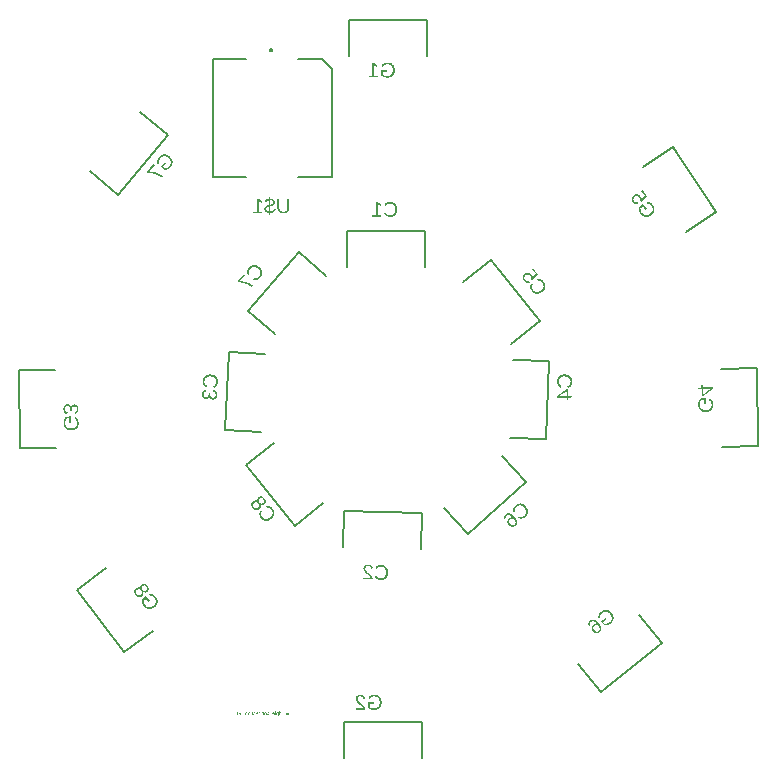
<source format=gbr>
G04 EAGLE Gerber RS-274X export*
G75*
%MOMM*%
%FSLAX34Y34*%
%LPD*%
%INSilkscreen Bottom*%
%IPPOS*%
%AMOC8*
5,1,8,0,0,1.08239X$1,22.5*%
G01*
G04 Define Apertures*
%ADD10C,0.152400*%
%ADD11C,0.127000*%
%ADD12C,0.200000*%
G36*
X-93288Y-276888D02*
X-93665Y-276888D01*
X-93665Y-276004D01*
X-93656Y-275649D01*
X-93667Y-275649D01*
X-93778Y-275821D01*
X-93932Y-275944D01*
X-94025Y-275987D01*
X-94129Y-276017D01*
X-94244Y-276036D01*
X-94369Y-276042D01*
X-94564Y-276023D01*
X-94733Y-275968D01*
X-94876Y-275875D01*
X-94993Y-275746D01*
X-95084Y-275580D01*
X-95149Y-275376D01*
X-95188Y-275136D01*
X-95201Y-274859D01*
X-95188Y-274579D01*
X-95150Y-274339D01*
X-95085Y-274139D01*
X-94994Y-273979D01*
X-94878Y-273856D01*
X-94735Y-273768D01*
X-94565Y-273716D01*
X-94369Y-273698D01*
X-94241Y-273705D01*
X-94126Y-273723D01*
X-94024Y-273753D01*
X-93934Y-273796D01*
X-93785Y-273921D01*
X-93669Y-274102D01*
X-93661Y-274102D01*
X-93655Y-273956D01*
X-93646Y-273798D01*
X-93640Y-273738D01*
X-93276Y-273738D01*
X-93288Y-274200D01*
X-93288Y-276888D01*
G37*
%LPC*%
G36*
X-94269Y-275764D02*
X-94120Y-275751D01*
X-93993Y-275711D01*
X-93889Y-275645D01*
X-93807Y-275553D01*
X-93745Y-275432D01*
X-93700Y-275283D01*
X-93674Y-275104D01*
X-93665Y-274896D01*
X-93681Y-274606D01*
X-93731Y-274377D01*
X-93812Y-274204D01*
X-93923Y-274083D01*
X-93992Y-274042D01*
X-94074Y-274013D01*
X-94167Y-273995D01*
X-94273Y-273989D01*
X-94403Y-274002D01*
X-94513Y-274040D01*
X-94605Y-274103D01*
X-94679Y-274192D01*
X-94734Y-274310D01*
X-94774Y-274462D01*
X-94798Y-274648D01*
X-94806Y-274867D01*
X-94798Y-275092D01*
X-94774Y-275282D01*
X-94734Y-275438D01*
X-94678Y-275558D01*
X-94604Y-275648D01*
X-94511Y-275712D01*
X-94399Y-275751D01*
X-94269Y-275764D01*
G37*
%LPD*%
G36*
X-118181Y-276042D02*
X-118415Y-276024D01*
X-118620Y-275969D01*
X-118795Y-275878D01*
X-118940Y-275751D01*
X-119054Y-275587D01*
X-119136Y-275385D01*
X-119185Y-275145D01*
X-119201Y-274867D01*
X-119186Y-274587D01*
X-119140Y-274346D01*
X-119064Y-274144D01*
X-118957Y-273982D01*
X-118817Y-273857D01*
X-118644Y-273768D01*
X-118436Y-273714D01*
X-118194Y-273696D01*
X-117956Y-273715D01*
X-117750Y-273770D01*
X-117576Y-273861D01*
X-117433Y-273989D01*
X-117322Y-274154D01*
X-117243Y-274355D01*
X-117196Y-274593D01*
X-117180Y-274867D01*
X-117196Y-275136D01*
X-117243Y-275371D01*
X-117322Y-275572D01*
X-117433Y-275740D01*
X-117574Y-275872D01*
X-117746Y-275966D01*
X-117949Y-276023D01*
X-118181Y-276042D01*
G37*
%LPC*%
G36*
X-118177Y-275764D02*
X-118032Y-275750D01*
X-117907Y-275708D01*
X-117803Y-275637D01*
X-117720Y-275539D01*
X-117657Y-275413D01*
X-117611Y-275259D01*
X-117584Y-275077D01*
X-117575Y-274867D01*
X-117584Y-274652D01*
X-117612Y-274468D01*
X-117658Y-274314D01*
X-117722Y-274191D01*
X-117807Y-274096D01*
X-117915Y-274028D01*
X-118046Y-273988D01*
X-118200Y-273974D01*
X-118352Y-273988D01*
X-118481Y-274027D01*
X-118586Y-274094D01*
X-118667Y-274187D01*
X-118728Y-274309D01*
X-118771Y-274463D01*
X-118797Y-274649D01*
X-118806Y-274867D01*
X-118797Y-275083D01*
X-118770Y-275268D01*
X-118724Y-275422D01*
X-118661Y-275546D01*
X-118576Y-275642D01*
X-118467Y-275709D01*
X-118334Y-275750D01*
X-118177Y-275764D01*
G37*
%LPD*%
G36*
X-104400Y-276042D02*
X-104634Y-276024D01*
X-104838Y-275969D01*
X-105013Y-275878D01*
X-105159Y-275751D01*
X-105273Y-275587D01*
X-105355Y-275385D01*
X-105404Y-275145D01*
X-105420Y-274867D01*
X-105405Y-274587D01*
X-105359Y-274346D01*
X-105282Y-274144D01*
X-105175Y-273982D01*
X-105036Y-273857D01*
X-104862Y-273768D01*
X-104655Y-273714D01*
X-104412Y-273696D01*
X-104175Y-273715D01*
X-103969Y-273770D01*
X-103795Y-273861D01*
X-103652Y-273989D01*
X-103541Y-274154D01*
X-103462Y-274355D01*
X-103414Y-274593D01*
X-103399Y-274867D01*
X-103414Y-275136D01*
X-103462Y-275371D01*
X-103541Y-275572D01*
X-103651Y-275740D01*
X-103793Y-275872D01*
X-103965Y-275966D01*
X-104167Y-276023D01*
X-104400Y-276042D01*
G37*
%LPC*%
G36*
X-104396Y-275764D02*
X-104250Y-275750D01*
X-104126Y-275708D01*
X-104022Y-275637D01*
X-103939Y-275539D01*
X-103875Y-275413D01*
X-103830Y-275259D01*
X-103803Y-275077D01*
X-103794Y-274867D01*
X-103803Y-274652D01*
X-103830Y-274468D01*
X-103877Y-274314D01*
X-103941Y-274191D01*
X-104026Y-274096D01*
X-104134Y-274028D01*
X-104265Y-273988D01*
X-104419Y-273974D01*
X-104571Y-273988D01*
X-104700Y-274027D01*
X-104805Y-274094D01*
X-104886Y-274187D01*
X-104947Y-274309D01*
X-104990Y-274463D01*
X-105016Y-274649D01*
X-105025Y-274867D01*
X-105016Y-275083D01*
X-104989Y-275268D01*
X-104943Y-275422D01*
X-104880Y-275546D01*
X-104795Y-275642D01*
X-104686Y-275709D01*
X-104553Y-275750D01*
X-104396Y-275764D01*
G37*
%LPD*%
G36*
X-86856Y-276000D02*
X-87215Y-276000D01*
X-87215Y-273055D01*
X-86703Y-273055D01*
X-85934Y-275097D01*
X-85862Y-275311D01*
X-85792Y-275565D01*
X-85740Y-275361D01*
X-85660Y-275097D01*
X-84876Y-273055D01*
X-84351Y-273055D01*
X-84351Y-276000D01*
X-84707Y-276000D01*
X-84707Y-274035D01*
X-84698Y-273640D01*
X-84692Y-273408D01*
X-84761Y-273638D01*
X-84878Y-273993D01*
X-85649Y-276000D01*
X-85929Y-276000D01*
X-86690Y-273993D01*
X-86874Y-273408D01*
X-86856Y-274035D01*
X-86856Y-276000D01*
G37*
G36*
X-111552Y-276042D02*
X-111724Y-276033D01*
X-111879Y-276008D01*
X-112019Y-275967D01*
X-112142Y-275908D01*
X-112249Y-275833D01*
X-112340Y-275741D01*
X-112415Y-275632D01*
X-112474Y-275507D01*
X-112144Y-275413D01*
X-112068Y-275550D01*
X-111944Y-275661D01*
X-111864Y-275704D01*
X-111772Y-275735D01*
X-111668Y-275753D01*
X-111552Y-275760D01*
X-111407Y-275746D01*
X-111280Y-275707D01*
X-111171Y-275641D01*
X-111082Y-275548D01*
X-111011Y-275432D01*
X-110961Y-275293D01*
X-110931Y-275132D01*
X-110921Y-274949D01*
X-112535Y-274949D01*
X-112535Y-274898D01*
X-112519Y-274617D01*
X-112472Y-274372D01*
X-112394Y-274166D01*
X-112285Y-273997D01*
X-112145Y-273865D01*
X-111974Y-273771D01*
X-111771Y-273715D01*
X-111537Y-273696D01*
X-111308Y-273715D01*
X-111107Y-273771D01*
X-110933Y-273865D01*
X-110788Y-273995D01*
X-110673Y-274161D01*
X-110591Y-274360D01*
X-110542Y-274591D01*
X-110526Y-274854D01*
X-110542Y-275131D01*
X-110591Y-275371D01*
X-110673Y-275575D01*
X-110788Y-275743D01*
X-110934Y-275874D01*
X-111110Y-275967D01*
X-111316Y-276023D01*
X-111552Y-276042D01*
G37*
%LPC*%
G36*
X-110925Y-274660D02*
X-110940Y-274509D01*
X-110974Y-274374D01*
X-111027Y-274257D01*
X-111097Y-274157D01*
X-111184Y-274077D01*
X-111286Y-274020D01*
X-111401Y-273986D01*
X-111531Y-273974D01*
X-111664Y-273985D01*
X-111780Y-274015D01*
X-111880Y-274067D01*
X-111964Y-274138D01*
X-112032Y-274233D01*
X-112085Y-274351D01*
X-112123Y-274493D01*
X-112146Y-274660D01*
X-110925Y-274660D01*
G37*
%LPD*%
G36*
X-97521Y-276042D02*
X-97692Y-276033D01*
X-97848Y-276008D01*
X-97988Y-275967D01*
X-98111Y-275908D01*
X-98218Y-275833D01*
X-98309Y-275741D01*
X-98384Y-275632D01*
X-98443Y-275507D01*
X-98112Y-275413D01*
X-98036Y-275550D01*
X-97913Y-275661D01*
X-97833Y-275704D01*
X-97741Y-275735D01*
X-97637Y-275753D01*
X-97521Y-275760D01*
X-97375Y-275746D01*
X-97249Y-275707D01*
X-97140Y-275641D01*
X-97050Y-275548D01*
X-96980Y-275432D01*
X-96930Y-275293D01*
X-96900Y-275132D01*
X-96889Y-274949D01*
X-98503Y-274949D01*
X-98503Y-274898D01*
X-98488Y-274617D01*
X-98441Y-274372D01*
X-98363Y-274166D01*
X-98254Y-273997D01*
X-98114Y-273865D01*
X-97942Y-273771D01*
X-97740Y-273715D01*
X-97506Y-273696D01*
X-97277Y-273715D01*
X-97075Y-273771D01*
X-96902Y-273865D01*
X-96757Y-273995D01*
X-96642Y-274161D01*
X-96560Y-274360D01*
X-96511Y-274591D01*
X-96494Y-274854D01*
X-96511Y-275131D01*
X-96560Y-275371D01*
X-96642Y-275575D01*
X-96757Y-275743D01*
X-96903Y-275874D01*
X-97079Y-275967D01*
X-97285Y-276023D01*
X-97521Y-276042D01*
G37*
%LPC*%
G36*
X-96894Y-274660D02*
X-96909Y-274509D01*
X-96943Y-274374D01*
X-96995Y-274257D01*
X-97066Y-274157D01*
X-97153Y-274077D01*
X-97255Y-274020D01*
X-97370Y-273986D01*
X-97500Y-273974D01*
X-97633Y-273985D01*
X-97749Y-274015D01*
X-97849Y-274067D01*
X-97933Y-274138D01*
X-98000Y-274233D01*
X-98053Y-274351D01*
X-98091Y-274493D01*
X-98114Y-274660D01*
X-96894Y-274660D01*
G37*
%LPD*%
G36*
X-125346Y-276000D02*
X-125760Y-276000D01*
X-126962Y-273055D01*
X-126542Y-273055D01*
X-125730Y-275128D01*
X-125555Y-275649D01*
X-125379Y-275128D01*
X-124564Y-273055D01*
X-124144Y-273055D01*
X-125346Y-276000D01*
G37*
G36*
X-121100Y-276000D02*
X-121478Y-276000D01*
X-121478Y-274493D01*
X-121467Y-274295D01*
X-121435Y-274127D01*
X-121381Y-273989D01*
X-121306Y-273881D01*
X-121207Y-273800D01*
X-121083Y-273743D01*
X-120935Y-273708D01*
X-120761Y-273696D01*
X-120640Y-273702D01*
X-120529Y-273721D01*
X-120338Y-273794D01*
X-120177Y-273925D01*
X-120038Y-274125D01*
X-120031Y-274125D01*
X-120024Y-273900D01*
X-120019Y-273795D01*
X-120015Y-273738D01*
X-119659Y-273738D01*
X-119672Y-274221D01*
X-119672Y-276000D01*
X-120048Y-276000D01*
X-120048Y-274689D01*
X-120058Y-274533D01*
X-120087Y-274395D01*
X-120136Y-274275D01*
X-120205Y-274173D01*
X-120290Y-274092D01*
X-120390Y-274033D01*
X-120505Y-273999D01*
X-120633Y-273987D01*
X-120797Y-274001D01*
X-120916Y-274041D01*
X-120999Y-274113D01*
X-121056Y-274219D01*
X-121089Y-274367D01*
X-121100Y-274566D01*
X-121100Y-276000D01*
G37*
G36*
X-109693Y-276000D02*
X-110072Y-276000D01*
X-110072Y-274493D01*
X-110061Y-274295D01*
X-110029Y-274127D01*
X-109975Y-273989D01*
X-109899Y-273881D01*
X-109801Y-273800D01*
X-109677Y-273743D01*
X-109528Y-273708D01*
X-109355Y-273696D01*
X-109233Y-273702D01*
X-109122Y-273721D01*
X-108931Y-273794D01*
X-108771Y-273925D01*
X-108631Y-274125D01*
X-108625Y-274125D01*
X-108618Y-273900D01*
X-108613Y-273795D01*
X-108608Y-273738D01*
X-108253Y-273738D01*
X-108266Y-274221D01*
X-108266Y-276000D01*
X-108642Y-276000D01*
X-108642Y-274689D01*
X-108652Y-274533D01*
X-108681Y-274395D01*
X-108730Y-274275D01*
X-108799Y-274173D01*
X-108884Y-274092D01*
X-108984Y-274033D01*
X-109099Y-273999D01*
X-109227Y-273987D01*
X-109391Y-274001D01*
X-109509Y-274041D01*
X-109593Y-274113D01*
X-109649Y-274219D01*
X-109682Y-274367D01*
X-109693Y-274566D01*
X-109693Y-276000D01*
G37*
G36*
X-107318Y-276000D02*
X-107697Y-276000D01*
X-107697Y-274493D01*
X-107686Y-274295D01*
X-107654Y-274127D01*
X-107600Y-273989D01*
X-107524Y-273881D01*
X-107426Y-273800D01*
X-107302Y-273743D01*
X-107153Y-273708D01*
X-106980Y-273696D01*
X-106858Y-273702D01*
X-106747Y-273721D01*
X-106556Y-273794D01*
X-106396Y-273925D01*
X-106256Y-274125D01*
X-106250Y-274125D01*
X-106243Y-273900D01*
X-106238Y-273795D01*
X-106233Y-273738D01*
X-105878Y-273738D01*
X-105891Y-274221D01*
X-105891Y-276000D01*
X-106267Y-276000D01*
X-106267Y-274689D01*
X-106277Y-274533D01*
X-106306Y-274395D01*
X-106355Y-274275D01*
X-106424Y-274173D01*
X-106509Y-274092D01*
X-106609Y-274033D01*
X-106724Y-273999D01*
X-106852Y-273987D01*
X-107016Y-274001D01*
X-107134Y-274041D01*
X-107218Y-274113D01*
X-107274Y-274219D01*
X-107307Y-274367D01*
X-107318Y-274566D01*
X-107318Y-276000D01*
G37*
G36*
X-88558Y-276042D02*
X-88679Y-276036D01*
X-88790Y-276018D01*
X-88981Y-275945D01*
X-89141Y-275813D01*
X-89281Y-275613D01*
X-89287Y-275613D01*
X-89294Y-275838D01*
X-89300Y-275944D01*
X-89304Y-276000D01*
X-89659Y-276000D01*
X-89647Y-275517D01*
X-89647Y-273738D01*
X-89270Y-273738D01*
X-89270Y-275049D01*
X-89261Y-275205D01*
X-89231Y-275343D01*
X-89182Y-275463D01*
X-89114Y-275565D01*
X-89028Y-275647D01*
X-88928Y-275705D01*
X-88814Y-275740D01*
X-88685Y-275751D01*
X-88521Y-275738D01*
X-88403Y-275697D01*
X-88320Y-275625D01*
X-88263Y-275519D01*
X-88230Y-275371D01*
X-88219Y-275172D01*
X-88219Y-273738D01*
X-87841Y-273738D01*
X-87841Y-275245D01*
X-87851Y-275444D01*
X-87884Y-275611D01*
X-87938Y-275749D01*
X-88013Y-275857D01*
X-88112Y-275938D01*
X-88235Y-275996D01*
X-88384Y-276030D01*
X-88558Y-276042D01*
G37*
G36*
X-127295Y-276000D02*
X-129141Y-276000D01*
X-129141Y-275680D01*
X-128424Y-275680D01*
X-128424Y-273055D01*
X-128077Y-273055D01*
X-127381Y-273533D01*
X-127381Y-273889D01*
X-128045Y-273414D01*
X-128045Y-275680D01*
X-127295Y-275680D01*
X-127295Y-276000D01*
G37*
G36*
X-113875Y-276042D02*
X-114047Y-276030D01*
X-114203Y-275993D01*
X-114344Y-275932D01*
X-114468Y-275847D01*
X-114574Y-275742D01*
X-114655Y-275620D01*
X-114713Y-275482D01*
X-114746Y-275327D01*
X-114366Y-275302D01*
X-114344Y-275407D01*
X-114309Y-275498D01*
X-114261Y-275575D01*
X-114200Y-275636D01*
X-114049Y-275718D01*
X-113961Y-275738D01*
X-113864Y-275745D01*
X-113730Y-275731D01*
X-113614Y-275691D01*
X-113516Y-275623D01*
X-113436Y-275528D01*
X-113374Y-275404D01*
X-113329Y-275252D01*
X-113303Y-275070D01*
X-113294Y-274859D01*
X-113302Y-274640D01*
X-113327Y-274456D01*
X-113369Y-274306D01*
X-113427Y-274190D01*
X-113505Y-274103D01*
X-113602Y-274041D01*
X-113721Y-274004D01*
X-113860Y-273991D01*
X-113964Y-273998D01*
X-114055Y-274019D01*
X-114133Y-274053D01*
X-114199Y-274102D01*
X-114295Y-274232D01*
X-114347Y-274401D01*
X-114734Y-274372D01*
X-114694Y-274222D01*
X-114633Y-274090D01*
X-114550Y-273975D01*
X-114447Y-273876D01*
X-114325Y-273797D01*
X-114188Y-273741D01*
X-114037Y-273708D01*
X-113871Y-273696D01*
X-113650Y-273715D01*
X-113457Y-273771D01*
X-113290Y-273865D01*
X-113151Y-273996D01*
X-113042Y-274163D01*
X-112963Y-274364D01*
X-112916Y-274599D01*
X-112901Y-274867D01*
X-112916Y-275137D01*
X-112963Y-275373D01*
X-113041Y-275575D01*
X-113150Y-275742D01*
X-113289Y-275873D01*
X-113456Y-275967D01*
X-113652Y-276023D01*
X-113875Y-276042D01*
G37*
G36*
X-102219Y-276042D02*
X-102390Y-276030D01*
X-102547Y-275993D01*
X-102687Y-275932D01*
X-102812Y-275847D01*
X-102917Y-275742D01*
X-102999Y-275620D01*
X-103056Y-275482D01*
X-103090Y-275327D01*
X-102710Y-275302D01*
X-102688Y-275407D01*
X-102653Y-275498D01*
X-102605Y-275575D01*
X-102544Y-275636D01*
X-102392Y-275718D01*
X-102304Y-275738D01*
X-102208Y-275745D01*
X-102074Y-275731D01*
X-101958Y-275691D01*
X-101860Y-275623D01*
X-101780Y-275528D01*
X-101717Y-275404D01*
X-101673Y-275252D01*
X-101646Y-275070D01*
X-101637Y-274859D01*
X-101646Y-274640D01*
X-101671Y-274456D01*
X-101713Y-274306D01*
X-101771Y-274190D01*
X-101848Y-274103D01*
X-101946Y-274041D01*
X-102065Y-274004D01*
X-102204Y-273991D01*
X-102307Y-273998D01*
X-102398Y-274019D01*
X-102477Y-274053D01*
X-102543Y-274102D01*
X-102639Y-274232D01*
X-102691Y-274401D01*
X-103078Y-274372D01*
X-103038Y-274222D01*
X-102977Y-274090D01*
X-102894Y-273975D01*
X-102790Y-273876D01*
X-102668Y-273797D01*
X-102532Y-273741D01*
X-102380Y-273708D01*
X-102214Y-273696D01*
X-101994Y-273715D01*
X-101800Y-273771D01*
X-101634Y-273865D01*
X-101495Y-273996D01*
X-101385Y-274163D01*
X-101307Y-274364D01*
X-101260Y-274599D01*
X-101244Y-274867D01*
X-101260Y-275137D01*
X-101307Y-275373D01*
X-101385Y-275575D01*
X-101494Y-275742D01*
X-101633Y-275873D01*
X-101800Y-275967D01*
X-101995Y-276023D01*
X-102219Y-276042D01*
G37*
G36*
X-115653Y-276033D02*
X-115845Y-276021D01*
X-116033Y-275983D01*
X-116033Y-275705D01*
X-115816Y-275735D01*
X-115704Y-275718D01*
X-115631Y-275669D01*
X-115591Y-275579D01*
X-115577Y-275440D01*
X-115577Y-274012D01*
X-115995Y-274012D01*
X-115995Y-273738D01*
X-115577Y-273738D01*
X-115577Y-273232D01*
X-115327Y-273232D01*
X-115216Y-273738D01*
X-114940Y-273738D01*
X-114940Y-274012D01*
X-115201Y-274012D01*
X-115201Y-275521D01*
X-115208Y-275641D01*
X-115229Y-275745D01*
X-115265Y-275833D01*
X-115314Y-275905D01*
X-115377Y-275961D01*
X-115455Y-276001D01*
X-115547Y-276025D01*
X-115653Y-276033D01*
G37*
G36*
X-91653Y-276033D02*
X-91845Y-276021D01*
X-92033Y-275983D01*
X-92033Y-275705D01*
X-91816Y-275735D01*
X-91704Y-275718D01*
X-91631Y-275669D01*
X-91591Y-275579D01*
X-91577Y-275440D01*
X-91577Y-274012D01*
X-91995Y-274012D01*
X-91995Y-273738D01*
X-91577Y-273738D01*
X-91577Y-273232D01*
X-91327Y-273232D01*
X-91216Y-273738D01*
X-90940Y-273738D01*
X-90940Y-274012D01*
X-91201Y-274012D01*
X-91201Y-275521D01*
X-91208Y-275641D01*
X-91229Y-275745D01*
X-91265Y-275833D01*
X-91314Y-275905D01*
X-91377Y-275961D01*
X-91455Y-276001D01*
X-91547Y-276025D01*
X-91653Y-276033D01*
G37*
G36*
X-95663Y-276000D02*
X-96040Y-276000D01*
X-96040Y-272898D01*
X-95663Y-272898D01*
X-95663Y-276000D01*
G37*
G36*
X-90226Y-276000D02*
X-90602Y-276000D01*
X-90602Y-272898D01*
X-90226Y-272898D01*
X-90226Y-276000D01*
G37*
G36*
X-116349Y-276000D02*
X-116725Y-276000D01*
X-116725Y-273738D01*
X-116349Y-273738D01*
X-116349Y-276000D01*
G37*
G36*
X-92349Y-276000D02*
X-92725Y-276000D01*
X-92725Y-273738D01*
X-92349Y-273738D01*
X-92349Y-276000D01*
G37*
G36*
X-121685Y-276851D02*
X-124179Y-276851D01*
X-124179Y-276579D01*
X-121685Y-276579D01*
X-121685Y-276851D01*
G37*
G36*
X-98623Y-276851D02*
X-101117Y-276851D01*
X-101117Y-276579D01*
X-98623Y-276579D01*
X-98623Y-276851D01*
G37*
G36*
X-116349Y-273257D02*
X-116725Y-273257D01*
X-116725Y-272898D01*
X-116349Y-272898D01*
X-116349Y-273257D01*
G37*
G36*
X-92349Y-273257D02*
X-92725Y-273257D01*
X-92725Y-272898D01*
X-92349Y-272898D01*
X-92349Y-273257D01*
G37*
G36*
X-1121Y263725D02*
X-1533Y263733D01*
X-1938Y263759D01*
X-2335Y263802D01*
X-2725Y263862D01*
X-3107Y263939D01*
X-3481Y264033D01*
X-3849Y264144D01*
X-4208Y264272D01*
X-4557Y264416D01*
X-4892Y264574D01*
X-5213Y264746D01*
X-5521Y264932D01*
X-5814Y265133D01*
X-6094Y265347D01*
X-6360Y265576D01*
X-6612Y265818D01*
X-6612Y270075D01*
X-1383Y270075D01*
X-1383Y268673D01*
X-5071Y268673D01*
X-5071Y266449D01*
X-4722Y266150D01*
X-4323Y265884D01*
X-3874Y265651D01*
X-3376Y265450D01*
X-2843Y265289D01*
X-2289Y265174D01*
X-1715Y265105D01*
X-1121Y265082D01*
X-605Y265104D01*
X-118Y265167D01*
X340Y265273D01*
X769Y265421D01*
X1170Y265611D01*
X1541Y265844D01*
X1884Y266118D01*
X2199Y266436D01*
X2480Y266789D01*
X2724Y267174D01*
X2930Y267589D01*
X3099Y268035D01*
X3230Y268512D01*
X3324Y269020D01*
X3380Y269558D01*
X3399Y270127D01*
X3381Y270698D01*
X3328Y271235D01*
X3240Y271739D01*
X3116Y272211D01*
X2957Y272649D01*
X2763Y273055D01*
X2534Y273427D01*
X2269Y273767D01*
X1971Y274069D01*
X1641Y274332D01*
X1280Y274554D01*
X887Y274735D01*
X463Y274877D01*
X8Y274978D01*
X-480Y275038D01*
X-998Y275058D01*
X-1335Y275051D01*
X-1657Y275028D01*
X-1966Y274991D01*
X-2260Y274938D01*
X-2541Y274870D01*
X-2807Y274787D01*
X-3059Y274690D01*
X-3297Y274577D01*
X-3522Y274447D01*
X-3734Y274300D01*
X-3934Y274135D01*
X-4122Y273953D01*
X-4297Y273752D01*
X-4459Y273534D01*
X-4609Y273298D01*
X-4747Y273044D01*
X-6341Y273517D01*
X-6159Y273885D01*
X-5958Y274227D01*
X-5739Y274543D01*
X-5502Y274833D01*
X-5247Y275097D01*
X-4973Y275335D01*
X-4681Y275547D01*
X-4370Y275733D01*
X-4038Y275895D01*
X-3683Y276036D01*
X-3303Y276154D01*
X-2899Y276252D01*
X-2471Y276327D01*
X-2018Y276381D01*
X-1542Y276414D01*
X-1042Y276425D01*
X-682Y276418D01*
X-333Y276399D01*
X6Y276367D01*
X335Y276322D01*
X654Y276264D01*
X962Y276193D01*
X1260Y276110D01*
X1549Y276013D01*
X1826Y275904D01*
X2094Y275782D01*
X2352Y275646D01*
X2599Y275499D01*
X2836Y275338D01*
X3063Y275164D01*
X3486Y274778D01*
X3864Y274345D01*
X4034Y274113D01*
X4191Y273870D01*
X4336Y273616D01*
X4468Y273352D01*
X4588Y273077D01*
X4695Y272792D01*
X4789Y272496D01*
X4871Y272190D01*
X4941Y271872D01*
X4997Y271545D01*
X5041Y271206D01*
X5073Y270857D01*
X5092Y270498D01*
X5098Y270127D01*
X5086Y269645D01*
X5052Y269178D01*
X4994Y268728D01*
X4913Y268294D01*
X4809Y267875D01*
X4682Y267473D01*
X4531Y267086D01*
X4358Y266716D01*
X4162Y266364D01*
X3946Y266034D01*
X3710Y265724D01*
X3452Y265436D01*
X3174Y265169D01*
X2876Y264923D01*
X2556Y264699D01*
X2216Y264496D01*
X1858Y264315D01*
X1482Y264158D01*
X1090Y264026D01*
X681Y263918D01*
X256Y263833D01*
X-186Y263773D01*
X-645Y263737D01*
X-1121Y263725D01*
G37*
G36*
X-9304Y263900D02*
X-17038Y263900D01*
X-17038Y265240D01*
X-14033Y265240D01*
X-14033Y276241D01*
X-12580Y276241D01*
X-9663Y274235D01*
X-9663Y272746D01*
X-12448Y274734D01*
X-12448Y265240D01*
X-9304Y265240D01*
X-9304Y263900D01*
G37*
G36*
X-12321Y-271575D02*
X-12733Y-271567D01*
X-13138Y-271541D01*
X-13535Y-271498D01*
X-13925Y-271438D01*
X-14307Y-271361D01*
X-14681Y-271267D01*
X-15049Y-271156D01*
X-15408Y-271028D01*
X-15757Y-270884D01*
X-16092Y-270726D01*
X-16413Y-270554D01*
X-16721Y-270368D01*
X-17014Y-270167D01*
X-17294Y-269953D01*
X-17560Y-269724D01*
X-17812Y-269482D01*
X-17812Y-265225D01*
X-12583Y-265225D01*
X-12583Y-266627D01*
X-16271Y-266627D01*
X-16271Y-268851D01*
X-15922Y-269150D01*
X-15523Y-269416D01*
X-15074Y-269649D01*
X-14576Y-269850D01*
X-14043Y-270011D01*
X-13489Y-270126D01*
X-12915Y-270195D01*
X-12321Y-270218D01*
X-11805Y-270196D01*
X-11318Y-270133D01*
X-10860Y-270027D01*
X-10431Y-269879D01*
X-10030Y-269689D01*
X-9659Y-269456D01*
X-9316Y-269182D01*
X-9001Y-268864D01*
X-8720Y-268511D01*
X-8476Y-268126D01*
X-8270Y-267711D01*
X-8101Y-267265D01*
X-7970Y-266788D01*
X-7876Y-266280D01*
X-7820Y-265742D01*
X-7801Y-265173D01*
X-7819Y-264602D01*
X-7872Y-264065D01*
X-7960Y-263561D01*
X-8084Y-263089D01*
X-8243Y-262651D01*
X-8437Y-262245D01*
X-8666Y-261873D01*
X-8931Y-261534D01*
X-9229Y-261231D01*
X-9559Y-260968D01*
X-9920Y-260746D01*
X-10313Y-260565D01*
X-10737Y-260423D01*
X-11192Y-260322D01*
X-11680Y-260262D01*
X-12198Y-260242D01*
X-12535Y-260249D01*
X-12857Y-260272D01*
X-13166Y-260309D01*
X-13460Y-260362D01*
X-13741Y-260430D01*
X-14007Y-260513D01*
X-14259Y-260610D01*
X-14497Y-260723D01*
X-14722Y-260853D01*
X-14934Y-261000D01*
X-15134Y-261165D01*
X-15322Y-261347D01*
X-15497Y-261548D01*
X-15659Y-261766D01*
X-15809Y-262002D01*
X-15947Y-262256D01*
X-17541Y-261783D01*
X-17359Y-261415D01*
X-17158Y-261073D01*
X-16939Y-260757D01*
X-16702Y-260467D01*
X-16447Y-260203D01*
X-16173Y-259965D01*
X-15881Y-259753D01*
X-15570Y-259567D01*
X-15238Y-259405D01*
X-14883Y-259265D01*
X-14503Y-259146D01*
X-14099Y-259048D01*
X-13671Y-258973D01*
X-13218Y-258919D01*
X-12742Y-258886D01*
X-12242Y-258875D01*
X-11882Y-258882D01*
X-11533Y-258901D01*
X-11194Y-258933D01*
X-10865Y-258978D01*
X-10546Y-259036D01*
X-10238Y-259107D01*
X-9940Y-259190D01*
X-9652Y-259287D01*
X-9374Y-259396D01*
X-9106Y-259519D01*
X-8848Y-259654D01*
X-8601Y-259802D01*
X-8364Y-259962D01*
X-8137Y-260136D01*
X-7714Y-260522D01*
X-7336Y-260955D01*
X-7166Y-261187D01*
X-7009Y-261430D01*
X-6864Y-261684D01*
X-6732Y-261948D01*
X-6612Y-262223D01*
X-6505Y-262508D01*
X-6411Y-262804D01*
X-6329Y-263110D01*
X-6260Y-263428D01*
X-6203Y-263755D01*
X-6159Y-264094D01*
X-6127Y-264443D01*
X-6108Y-264802D01*
X-6102Y-265173D01*
X-6114Y-265655D01*
X-6148Y-266122D01*
X-6206Y-266572D01*
X-6287Y-267007D01*
X-6391Y-267425D01*
X-6518Y-267827D01*
X-6669Y-268214D01*
X-6842Y-268584D01*
X-7038Y-268936D01*
X-7254Y-269267D01*
X-7490Y-269576D01*
X-7748Y-269864D01*
X-8026Y-270131D01*
X-8324Y-270377D01*
X-8644Y-270601D01*
X-8984Y-270804D01*
X-9342Y-270985D01*
X-9718Y-271142D01*
X-10110Y-271274D01*
X-10519Y-271383D01*
X-10944Y-271467D01*
X-11386Y-271527D01*
X-11845Y-271563D01*
X-12321Y-271575D01*
G37*
G36*
X-20040Y-271400D02*
X-28211Y-271400D01*
X-28211Y-270060D01*
X-21774Y-270060D01*
X-21926Y-269750D01*
X-22120Y-269435D01*
X-22355Y-269113D01*
X-22632Y-268786D01*
X-22956Y-268445D01*
X-23331Y-268084D01*
X-23757Y-267703D01*
X-24235Y-267301D01*
X-25076Y-266605D01*
X-25770Y-266007D01*
X-26316Y-265506D01*
X-26714Y-265103D01*
X-27018Y-264748D01*
X-27282Y-264393D01*
X-27506Y-264038D01*
X-27690Y-263684D01*
X-27834Y-263328D01*
X-27937Y-262972D01*
X-27998Y-262615D01*
X-28019Y-262256D01*
X-28003Y-261863D01*
X-27956Y-261492D01*
X-27878Y-261145D01*
X-27768Y-260821D01*
X-27627Y-260520D01*
X-27455Y-260242D01*
X-27251Y-259987D01*
X-27016Y-259756D01*
X-26752Y-259549D01*
X-26460Y-259370D01*
X-26142Y-259219D01*
X-25797Y-259095D01*
X-25425Y-258999D01*
X-25026Y-258930D01*
X-24600Y-258889D01*
X-24147Y-258875D01*
X-23732Y-258889D01*
X-23336Y-258930D01*
X-22960Y-258998D01*
X-22603Y-259094D01*
X-22265Y-259217D01*
X-21946Y-259368D01*
X-21647Y-259546D01*
X-21367Y-259751D01*
X-21110Y-259980D01*
X-20882Y-260227D01*
X-20683Y-260493D01*
X-20511Y-260778D01*
X-20369Y-261082D01*
X-20254Y-261405D01*
X-20168Y-261747D01*
X-20110Y-262107D01*
X-21721Y-262256D01*
X-21758Y-262016D01*
X-21812Y-261789D01*
X-21882Y-261576D01*
X-21970Y-261377D01*
X-22074Y-261192D01*
X-22195Y-261020D01*
X-22333Y-260863D01*
X-22488Y-260719D01*
X-22656Y-260591D01*
X-22836Y-260479D01*
X-23027Y-260385D01*
X-23229Y-260308D01*
X-23442Y-260249D01*
X-23666Y-260206D01*
X-23901Y-260180D01*
X-24147Y-260172D01*
X-24405Y-260180D01*
X-24648Y-260207D01*
X-24877Y-260250D01*
X-25091Y-260312D01*
X-25291Y-260391D01*
X-25476Y-260487D01*
X-25647Y-260601D01*
X-25803Y-260732D01*
X-25942Y-260879D01*
X-26063Y-261041D01*
X-26166Y-261217D01*
X-26249Y-261407D01*
X-26315Y-261611D01*
X-26361Y-261829D01*
X-26389Y-262062D01*
X-26398Y-262309D01*
X-26377Y-262675D01*
X-26312Y-263022D01*
X-26204Y-263350D01*
X-26052Y-263657D01*
X-25866Y-263952D01*
X-25653Y-264240D01*
X-25413Y-264521D01*
X-25146Y-264796D01*
X-24551Y-265339D01*
X-23889Y-265882D01*
X-23189Y-266448D01*
X-22483Y-267060D01*
X-22133Y-267387D01*
X-21790Y-267732D01*
X-21456Y-268096D01*
X-21130Y-268479D01*
X-20821Y-268886D01*
X-20536Y-269323D01*
X-20275Y-269790D01*
X-20040Y-270288D01*
X-20040Y-271400D01*
G37*
G36*
X-268911Y-34917D02*
X-269393Y-34910D01*
X-269860Y-34879D01*
X-270311Y-34826D01*
X-270746Y-34748D01*
X-271165Y-34648D01*
X-271569Y-34524D01*
X-271956Y-34377D01*
X-272328Y-34207D01*
X-272682Y-34015D01*
X-273014Y-33802D01*
X-273326Y-33568D01*
X-273616Y-33313D01*
X-273885Y-33037D01*
X-274134Y-32741D01*
X-274361Y-32423D01*
X-274567Y-32085D01*
X-274751Y-31728D01*
X-274911Y-31354D01*
X-275047Y-30963D01*
X-275159Y-30555D01*
X-275247Y-30131D01*
X-275311Y-29689D01*
X-275351Y-29230D01*
X-275367Y-28755D01*
X-275362Y-28343D01*
X-275340Y-27938D01*
X-275301Y-27540D01*
X-275244Y-27150D01*
X-275171Y-26767D01*
X-275080Y-26392D01*
X-274972Y-26024D01*
X-274847Y-25663D01*
X-274706Y-25313D01*
X-274551Y-24976D01*
X-274381Y-24654D01*
X-274198Y-24345D01*
X-274000Y-24049D01*
X-273788Y-23767D01*
X-273562Y-23500D01*
X-273322Y-23245D01*
X-269065Y-23208D01*
X-269020Y-28437D01*
X-270421Y-28449D01*
X-270453Y-24762D01*
X-272678Y-24781D01*
X-272974Y-25133D01*
X-273236Y-25534D01*
X-273465Y-25984D01*
X-273661Y-26485D01*
X-273818Y-27019D01*
X-273928Y-27574D01*
X-273992Y-28149D01*
X-274010Y-28743D01*
X-273984Y-29258D01*
X-273916Y-29745D01*
X-273807Y-30202D01*
X-273655Y-30630D01*
X-273461Y-31029D01*
X-273225Y-31398D01*
X-272947Y-31739D01*
X-272627Y-32051D01*
X-272271Y-32329D01*
X-271885Y-32569D01*
X-271468Y-32772D01*
X-271020Y-32937D01*
X-270542Y-33064D01*
X-270034Y-33153D01*
X-269495Y-33205D01*
X-268925Y-33218D01*
X-268355Y-33196D01*
X-267818Y-33138D01*
X-267315Y-33045D01*
X-266845Y-32918D01*
X-266408Y-32755D01*
X-266004Y-32557D01*
X-265633Y-32325D01*
X-265296Y-32057D01*
X-264996Y-31756D01*
X-264737Y-31424D01*
X-264518Y-31061D01*
X-264339Y-30667D01*
X-264202Y-30241D01*
X-264105Y-29785D01*
X-264049Y-29297D01*
X-264033Y-28779D01*
X-264043Y-28442D01*
X-264069Y-28120D01*
X-264109Y-27811D01*
X-264164Y-27517D01*
X-264235Y-27238D01*
X-264320Y-26972D01*
X-264420Y-26721D01*
X-264535Y-26484D01*
X-264666Y-26260D01*
X-264815Y-26049D01*
X-264982Y-25851D01*
X-265166Y-25665D01*
X-265368Y-25492D01*
X-265588Y-25331D01*
X-265825Y-25183D01*
X-266080Y-25048D01*
X-265621Y-23450D01*
X-265251Y-23629D01*
X-264908Y-23826D01*
X-264590Y-24042D01*
X-264298Y-24277D01*
X-264032Y-24530D01*
X-263791Y-24802D01*
X-263577Y-25092D01*
X-263388Y-25401D01*
X-263223Y-25731D01*
X-263079Y-26086D01*
X-262957Y-26465D01*
X-262856Y-26868D01*
X-262777Y-27295D01*
X-262719Y-27747D01*
X-262682Y-28223D01*
X-262667Y-28723D01*
X-262670Y-29082D01*
X-262687Y-29432D01*
X-262716Y-29771D01*
X-262758Y-30101D01*
X-262813Y-30420D01*
X-262881Y-30729D01*
X-262962Y-31028D01*
X-263056Y-31317D01*
X-263163Y-31596D01*
X-263283Y-31864D01*
X-263416Y-32123D01*
X-263561Y-32372D01*
X-263720Y-32610D01*
X-263892Y-32839D01*
X-264274Y-33265D01*
X-264704Y-33647D01*
X-264934Y-33819D01*
X-265176Y-33978D01*
X-265428Y-34125D01*
X-265691Y-34260D01*
X-265965Y-34382D01*
X-266249Y-34491D01*
X-266545Y-34588D01*
X-266850Y-34673D01*
X-267167Y-34745D01*
X-267494Y-34804D01*
X-267832Y-34851D01*
X-268181Y-34886D01*
X-268540Y-34908D01*
X-268911Y-34917D01*
G37*
G36*
X-272087Y-21226D02*
X-272489Y-21163D01*
X-272865Y-21071D01*
X-273217Y-20951D01*
X-273543Y-20802D01*
X-273845Y-20625D01*
X-274121Y-20419D01*
X-274373Y-20184D01*
X-274599Y-19921D01*
X-274800Y-19632D01*
X-274974Y-19319D01*
X-275122Y-18981D01*
X-275244Y-18620D01*
X-275340Y-18236D01*
X-275410Y-17827D01*
X-275453Y-17394D01*
X-275470Y-16937D01*
X-275460Y-16448D01*
X-275420Y-15988D01*
X-275350Y-15556D01*
X-275252Y-15153D01*
X-275123Y-14779D01*
X-274965Y-14433D01*
X-274777Y-14117D01*
X-274560Y-13829D01*
X-274316Y-13572D01*
X-274048Y-13349D01*
X-273755Y-13160D01*
X-273437Y-13004D01*
X-273096Y-12883D01*
X-272730Y-12795D01*
X-272339Y-12740D01*
X-271925Y-12720D01*
X-271635Y-12729D01*
X-271358Y-12763D01*
X-271094Y-12821D01*
X-270841Y-12903D01*
X-270601Y-13009D01*
X-270374Y-13140D01*
X-270159Y-13294D01*
X-269956Y-13473D01*
X-269769Y-13674D01*
X-269602Y-13894D01*
X-269454Y-14133D01*
X-269326Y-14392D01*
X-269218Y-14670D01*
X-269128Y-14967D01*
X-269059Y-15284D01*
X-269009Y-15620D01*
X-268974Y-15619D01*
X-268903Y-15313D01*
X-268818Y-15025D01*
X-268717Y-14756D01*
X-268602Y-14505D01*
X-268471Y-14273D01*
X-268325Y-14059D01*
X-268164Y-13865D01*
X-267988Y-13688D01*
X-267797Y-13532D01*
X-267593Y-13396D01*
X-267374Y-13280D01*
X-267142Y-13185D01*
X-266895Y-13110D01*
X-266634Y-13057D01*
X-266360Y-13023D01*
X-266071Y-13010D01*
X-265696Y-13023D01*
X-265342Y-13068D01*
X-265009Y-13146D01*
X-264697Y-13256D01*
X-264406Y-13398D01*
X-264136Y-13572D01*
X-263886Y-13779D01*
X-263658Y-14018D01*
X-263454Y-14287D01*
X-263276Y-14581D01*
X-263125Y-14902D01*
X-263000Y-15249D01*
X-262903Y-15622D01*
X-262832Y-16021D01*
X-262788Y-16446D01*
X-262770Y-16897D01*
X-262780Y-17312D01*
X-262816Y-17708D01*
X-262879Y-18085D01*
X-262969Y-18443D01*
X-263086Y-18782D01*
X-263229Y-19102D01*
X-263399Y-19403D01*
X-263595Y-19685D01*
X-263816Y-19943D01*
X-264058Y-20173D01*
X-264320Y-20375D01*
X-264604Y-20549D01*
X-264909Y-20694D01*
X-265234Y-20812D01*
X-265581Y-20901D01*
X-265949Y-20962D01*
X-266086Y-19378D01*
X-265850Y-19341D01*
X-265628Y-19288D01*
X-265420Y-19218D01*
X-265225Y-19131D01*
X-265045Y-19027D01*
X-264878Y-18907D01*
X-264725Y-18770D01*
X-264586Y-18616D01*
X-264462Y-18448D01*
X-264355Y-18267D01*
X-264265Y-18074D01*
X-264192Y-17869D01*
X-264135Y-17652D01*
X-264095Y-17422D01*
X-264072Y-17180D01*
X-264066Y-16926D01*
X-264078Y-16648D01*
X-264107Y-16387D01*
X-264154Y-16145D01*
X-264218Y-15921D01*
X-264301Y-15714D01*
X-264401Y-15525D01*
X-264519Y-15354D01*
X-264655Y-15201D01*
X-264806Y-15066D01*
X-264970Y-14949D01*
X-265147Y-14850D01*
X-265337Y-14770D01*
X-265539Y-14708D01*
X-265754Y-14664D01*
X-265982Y-14639D01*
X-266223Y-14632D01*
X-266466Y-14645D01*
X-266695Y-14681D01*
X-266910Y-14738D01*
X-267112Y-14818D01*
X-267300Y-14920D01*
X-267474Y-15044D01*
X-267634Y-15191D01*
X-267781Y-15359D01*
X-267911Y-15548D01*
X-268024Y-15755D01*
X-268119Y-15980D01*
X-268197Y-16223D01*
X-268256Y-16483D01*
X-268298Y-16762D01*
X-268322Y-17059D01*
X-268328Y-17374D01*
X-268320Y-18233D01*
X-269687Y-18245D01*
X-269695Y-17351D01*
X-269706Y-16996D01*
X-269736Y-16663D01*
X-269783Y-16352D01*
X-269847Y-16062D01*
X-269929Y-15793D01*
X-270028Y-15547D01*
X-270145Y-15322D01*
X-270279Y-15118D01*
X-270429Y-14938D01*
X-270592Y-14782D01*
X-270769Y-14650D01*
X-270959Y-14543D01*
X-271164Y-14460D01*
X-271381Y-14401D01*
X-271613Y-14367D01*
X-271858Y-14357D01*
X-272138Y-14370D01*
X-272400Y-14404D01*
X-272644Y-14459D01*
X-272870Y-14536D01*
X-273078Y-14633D01*
X-273268Y-14751D01*
X-273441Y-14891D01*
X-273595Y-15051D01*
X-273731Y-15230D01*
X-273848Y-15425D01*
X-273947Y-15635D01*
X-274028Y-15862D01*
X-274090Y-16104D01*
X-274134Y-16362D01*
X-274159Y-16636D01*
X-274165Y-16926D01*
X-274154Y-17215D01*
X-274126Y-17487D01*
X-274081Y-17743D01*
X-274019Y-17983D01*
X-273940Y-18207D01*
X-273844Y-18414D01*
X-273731Y-18605D01*
X-273602Y-18780D01*
X-273455Y-18939D01*
X-273291Y-19081D01*
X-273110Y-19208D01*
X-272913Y-19318D01*
X-272698Y-19412D01*
X-272466Y-19489D01*
X-272218Y-19551D01*
X-271952Y-19596D01*
X-272087Y-21226D01*
G37*
G36*
X268414Y-19412D02*
X267931Y-19406D01*
X267465Y-19377D01*
X267013Y-19325D01*
X266578Y-19249D01*
X266158Y-19150D01*
X265754Y-19028D01*
X265366Y-18882D01*
X264994Y-18713D01*
X264640Y-18522D01*
X264306Y-18310D01*
X263994Y-18077D01*
X263703Y-17823D01*
X263433Y-17549D01*
X263183Y-17253D01*
X262955Y-16937D01*
X262747Y-16599D01*
X262562Y-16243D01*
X262401Y-15869D01*
X262264Y-15479D01*
X262151Y-15071D01*
X262061Y-14647D01*
X261996Y-14205D01*
X261954Y-13747D01*
X261936Y-13272D01*
X261940Y-12859D01*
X261960Y-12454D01*
X261998Y-12057D01*
X262053Y-11666D01*
X262126Y-11283D01*
X262215Y-10907D01*
X262322Y-10539D01*
X262446Y-10178D01*
X262585Y-9827D01*
X262739Y-9490D01*
X262907Y-9167D01*
X263090Y-8857D01*
X263286Y-8561D01*
X263497Y-8279D01*
X263723Y-8010D01*
X263962Y-7755D01*
X268218Y-7703D01*
X268282Y-12931D01*
X266881Y-12948D01*
X266836Y-9261D01*
X264611Y-9289D01*
X264317Y-9641D01*
X264056Y-10043D01*
X263828Y-10495D01*
X263634Y-10995D01*
X263479Y-11531D01*
X263371Y-12086D01*
X263309Y-12661D01*
X263293Y-13255D01*
X263321Y-13770D01*
X263390Y-14256D01*
X263502Y-14713D01*
X263655Y-15140D01*
X263850Y-15539D01*
X264087Y-15908D01*
X264366Y-16247D01*
X264687Y-16558D01*
X265044Y-16835D01*
X265432Y-17074D01*
X265849Y-17275D01*
X266297Y-17438D01*
X266776Y-17564D01*
X267285Y-17651D01*
X267824Y-17701D01*
X268393Y-17713D01*
X268963Y-17688D01*
X269500Y-17628D01*
X270003Y-17534D01*
X270473Y-17405D01*
X270909Y-17240D01*
X271312Y-17041D01*
X271682Y-16807D01*
X272018Y-16538D01*
X272317Y-16236D01*
X272576Y-15904D01*
X272793Y-15540D01*
X272970Y-15145D01*
X273106Y-14719D01*
X273202Y-14262D01*
X273256Y-13775D01*
X273270Y-13256D01*
X273259Y-12919D01*
X273232Y-12597D01*
X273191Y-12289D01*
X273134Y-11995D01*
X273063Y-11716D01*
X272977Y-11450D01*
X272876Y-11199D01*
X272760Y-10963D01*
X272628Y-10740D01*
X272479Y-10529D01*
X272311Y-10331D01*
X272126Y-10146D01*
X271924Y-9974D01*
X271703Y-9814D01*
X271466Y-9667D01*
X271210Y-9532D01*
X271664Y-7932D01*
X272034Y-8110D01*
X272378Y-8306D01*
X272697Y-8521D01*
X272990Y-8755D01*
X273257Y-9007D01*
X273498Y-9278D01*
X273714Y-9568D01*
X273903Y-9876D01*
X274070Y-10206D01*
X274214Y-10560D01*
X274338Y-10938D01*
X274440Y-11341D01*
X274521Y-11768D01*
X274581Y-12219D01*
X274619Y-12695D01*
X274636Y-13195D01*
X274634Y-13555D01*
X274619Y-13904D01*
X274591Y-14244D01*
X274550Y-14573D01*
X274496Y-14893D01*
X274429Y-15202D01*
X274349Y-15501D01*
X274256Y-15791D01*
X274150Y-16070D01*
X274031Y-16339D01*
X273899Y-16598D01*
X273754Y-16847D01*
X273596Y-17086D01*
X273425Y-17315D01*
X273045Y-17743D01*
X272616Y-18126D01*
X272386Y-18299D01*
X272145Y-18459D01*
X271893Y-18607D01*
X271631Y-18743D01*
X271358Y-18866D01*
X271074Y-18976D01*
X270779Y-19074D01*
X270473Y-19160D01*
X270157Y-19233D01*
X269830Y-19294D01*
X269492Y-19342D01*
X269143Y-19377D01*
X268784Y-19401D01*
X268414Y-19412D01*
G37*
G36*
X264817Y-6007D02*
X264746Y-192D01*
X261952Y-226D01*
X261934Y1262D01*
X264727Y1297D01*
X264706Y3031D01*
X265950Y3046D01*
X265971Y1312D01*
X274273Y1413D01*
X274294Y-242D01*
X266043Y-5993D01*
X264817Y-6007D01*
G37*
%LPC*%
G36*
X266042Y-4538D02*
X266216Y-4396D01*
X266858Y-3915D01*
X271479Y-697D01*
X272053Y-348D01*
X272514Y-97D01*
X265989Y-177D01*
X266042Y-4538D01*
G37*
%LPD*%
G36*
X217767Y145785D02*
X217378Y145811D01*
X216996Y145865D01*
X216620Y145948D01*
X216250Y146060D01*
X215886Y146201D01*
X215528Y146371D01*
X215178Y146570D01*
X214840Y146795D01*
X214512Y147048D01*
X214195Y147328D01*
X213889Y147635D01*
X213594Y147969D01*
X213309Y148331D01*
X213035Y148720D01*
X212813Y149068D01*
X212610Y149419D01*
X212425Y149773D01*
X212259Y150130D01*
X212111Y150491D01*
X211981Y150855D01*
X211870Y151222D01*
X211777Y151592D01*
X211704Y151962D01*
X211649Y152329D01*
X211614Y152692D01*
X211598Y153051D01*
X211602Y153406D01*
X211625Y153758D01*
X211668Y154106D01*
X211730Y154450D01*
X215271Y156812D01*
X218172Y152462D01*
X217006Y151684D01*
X214960Y154752D01*
X213109Y153518D01*
X213054Y153061D01*
X213054Y152582D01*
X213109Y152079D01*
X213219Y151554D01*
X213381Y151020D01*
X213593Y150496D01*
X213854Y149980D01*
X214164Y149473D01*
X214468Y149056D01*
X214791Y148686D01*
X215133Y148364D01*
X215494Y148089D01*
X215875Y147861D01*
X216275Y147681D01*
X216694Y147548D01*
X217132Y147462D01*
X217582Y147425D01*
X218037Y147435D01*
X218497Y147494D01*
X218962Y147601D01*
X219432Y147756D01*
X219906Y147960D01*
X220385Y148212D01*
X220869Y148512D01*
X221334Y148844D01*
X221752Y149186D01*
X222122Y149539D01*
X222446Y149903D01*
X222722Y150279D01*
X222952Y150665D01*
X223134Y151063D01*
X223270Y151472D01*
X223356Y151888D01*
X223392Y152307D01*
X223376Y152731D01*
X223309Y153159D01*
X223192Y153590D01*
X223023Y154025D01*
X222803Y154464D01*
X222532Y154906D01*
X222339Y155182D01*
X222141Y155438D01*
X221939Y155674D01*
X221731Y155890D01*
X221520Y156085D01*
X221303Y156261D01*
X221082Y156416D01*
X220856Y156552D01*
X220623Y156667D01*
X220383Y156762D01*
X220135Y156837D01*
X219879Y156891D01*
X219615Y156926D01*
X219343Y156940D01*
X219064Y156934D01*
X218776Y156907D01*
X218285Y158496D01*
X218692Y158549D01*
X219088Y158571D01*
X219472Y158565D01*
X219845Y158528D01*
X220207Y158462D01*
X220557Y158366D01*
X220895Y158241D01*
X221222Y158086D01*
X221541Y157900D01*
X221855Y157682D01*
X222165Y157432D01*
X222470Y157150D01*
X222771Y156835D01*
X223067Y156489D01*
X223358Y156111D01*
X223644Y155701D01*
X223839Y155398D01*
X224016Y155097D01*
X224178Y154797D01*
X224323Y154498D01*
X224451Y154201D01*
X224564Y153905D01*
X224660Y153611D01*
X224739Y153317D01*
X224802Y153025D01*
X224849Y152735D01*
X224880Y152446D01*
X224894Y152158D01*
X224892Y151871D01*
X224873Y151586D01*
X224787Y151020D01*
X224636Y150466D01*
X224537Y150195D01*
X224423Y149929D01*
X224292Y149668D01*
X224146Y149412D01*
X223983Y149160D01*
X223805Y148912D01*
X223612Y148670D01*
X223402Y148431D01*
X223176Y148198D01*
X222935Y147969D01*
X222678Y147744D01*
X222405Y147525D01*
X222116Y147309D01*
X221812Y147099D01*
X221404Y146841D01*
X220997Y146611D01*
X220590Y146409D01*
X220184Y146235D01*
X219778Y146090D01*
X219372Y145972D01*
X218968Y145883D01*
X218563Y145822D01*
X218162Y145789D01*
X217767Y145785D01*
G37*
G36*
X209984Y156313D02*
X209666Y156317D01*
X209353Y156354D01*
X209043Y156422D01*
X208737Y156521D01*
X208438Y156653D01*
X208146Y156814D01*
X207863Y157006D01*
X207587Y157228D01*
X207320Y157481D01*
X207060Y157764D01*
X206809Y158077D01*
X206565Y158421D01*
X206302Y158847D01*
X206084Y159269D01*
X205910Y159687D01*
X205781Y160102D01*
X205697Y160512D01*
X205657Y160919D01*
X205662Y161322D01*
X205712Y161721D01*
X205805Y162110D01*
X205940Y162483D01*
X206117Y162840D01*
X206335Y163182D01*
X206595Y163508D01*
X206897Y163819D01*
X207241Y164113D01*
X207626Y164392D01*
X207984Y164610D01*
X208344Y164789D01*
X208706Y164929D01*
X209069Y165029D01*
X209435Y165090D01*
X209802Y165112D01*
X210172Y165094D01*
X210543Y165037D01*
X210908Y164942D01*
X211258Y164808D01*
X211593Y164637D01*
X211913Y164428D01*
X212218Y164181D01*
X212508Y163897D01*
X212783Y163575D01*
X213043Y163215D01*
X213240Y162897D01*
X213408Y162579D01*
X213546Y162261D01*
X213656Y161941D01*
X213736Y161621D01*
X213787Y161300D01*
X213809Y160979D01*
X213802Y160657D01*
X216927Y163026D01*
X213832Y167667D01*
X214947Y168411D01*
X218839Y162574D01*
X213544Y158548D01*
X212689Y159831D01*
X212722Y160184D01*
X212725Y160518D01*
X212700Y160833D01*
X212645Y161128D01*
X212562Y161411D01*
X212453Y161689D01*
X212316Y161962D01*
X212152Y162231D01*
X211977Y162473D01*
X211792Y162690D01*
X211597Y162881D01*
X211392Y163046D01*
X211177Y163187D01*
X210952Y163301D01*
X210718Y163390D01*
X210473Y163453D01*
X210224Y163491D01*
X209976Y163502D01*
X209728Y163486D01*
X209482Y163444D01*
X209236Y163375D01*
X208992Y163280D01*
X208748Y163158D01*
X208505Y163010D01*
X208240Y162820D01*
X208003Y162621D01*
X207792Y162413D01*
X207610Y162196D01*
X207454Y161971D01*
X207326Y161737D01*
X207225Y161495D01*
X207152Y161244D01*
X207106Y160987D01*
X207091Y160730D01*
X207105Y160472D01*
X207148Y160212D01*
X207221Y159952D01*
X207324Y159690D01*
X207456Y159428D01*
X207617Y159164D01*
X207763Y158958D01*
X207914Y158771D01*
X208070Y158601D01*
X208231Y158449D01*
X208398Y158316D01*
X208569Y158201D01*
X208746Y158104D01*
X208927Y158025D01*
X209114Y157964D01*
X209306Y157921D01*
X209503Y157896D01*
X209705Y157890D01*
X209912Y157901D01*
X210124Y157931D01*
X210341Y157979D01*
X210564Y158045D01*
X211295Y156617D01*
X210962Y156493D01*
X210632Y156401D01*
X210306Y156341D01*
X209984Y156313D01*
G37*
G36*
X175889Y-206840D02*
X175507Y-206809D01*
X175128Y-206736D01*
X174759Y-206622D01*
X174399Y-206467D01*
X174049Y-206271D01*
X173708Y-206034D01*
X173377Y-205757D01*
X173055Y-205439D01*
X172743Y-205080D01*
X172479Y-204728D01*
X172253Y-204375D01*
X172066Y-204020D01*
X171918Y-203663D01*
X171809Y-203304D01*
X171739Y-202943D01*
X171707Y-202581D01*
X171715Y-202216D01*
X171760Y-201857D01*
X171844Y-201510D01*
X171966Y-201174D01*
X172127Y-200851D01*
X172325Y-200540D01*
X172561Y-200241D01*
X172836Y-199955D01*
X173149Y-199680D01*
X173346Y-199529D01*
X173545Y-199392D01*
X173748Y-199270D01*
X173953Y-199163D01*
X174371Y-198991D01*
X174799Y-198879D01*
X175231Y-198827D01*
X175659Y-198841D01*
X176082Y-198918D01*
X176502Y-199061D01*
X176129Y-198619D01*
X175761Y-198219D01*
X175396Y-197861D01*
X175036Y-197544D01*
X174680Y-197270D01*
X174328Y-197038D01*
X173980Y-196847D01*
X173636Y-196698D01*
X173300Y-196592D01*
X172973Y-196528D01*
X172657Y-196506D01*
X172350Y-196527D01*
X172053Y-196591D01*
X171766Y-196697D01*
X171489Y-196845D01*
X171222Y-197036D01*
X170946Y-197290D01*
X170726Y-197559D01*
X170562Y-197843D01*
X170455Y-198142D01*
X170404Y-198455D01*
X170410Y-198784D01*
X170472Y-199127D01*
X170591Y-199486D01*
X169249Y-200223D01*
X169135Y-199924D01*
X169045Y-199630D01*
X168980Y-199342D01*
X168940Y-199058D01*
X168925Y-198780D01*
X168935Y-198506D01*
X168970Y-198238D01*
X169030Y-197975D01*
X169114Y-197717D01*
X169224Y-197464D01*
X169358Y-197216D01*
X169517Y-196973D01*
X169702Y-196736D01*
X169911Y-196503D01*
X170145Y-196276D01*
X170404Y-196053D01*
X170611Y-195894D01*
X170821Y-195750D01*
X171033Y-195622D01*
X171248Y-195508D01*
X171465Y-195410D01*
X171685Y-195327D01*
X172132Y-195206D01*
X172590Y-195146D01*
X173057Y-195147D01*
X173535Y-195209D01*
X174023Y-195332D01*
X174517Y-195514D01*
X175012Y-195755D01*
X175508Y-196055D01*
X176006Y-196413D01*
X176506Y-196831D01*
X177007Y-197307D01*
X177509Y-197841D01*
X178012Y-198435D01*
X178451Y-199004D01*
X178835Y-199560D01*
X179164Y-200104D01*
X179439Y-200635D01*
X179659Y-201154D01*
X179825Y-201660D01*
X179937Y-202154D01*
X179993Y-202635D01*
X179996Y-203100D01*
X179944Y-203548D01*
X179837Y-203977D01*
X179677Y-204387D01*
X179462Y-204779D01*
X179193Y-205153D01*
X178869Y-205509D01*
X178687Y-205680D01*
X178491Y-205846D01*
X178128Y-206118D01*
X177761Y-206346D01*
X177392Y-206532D01*
X177020Y-206674D01*
X176646Y-206772D01*
X176269Y-206828D01*
X175889Y-206840D01*
G37*
%LPC*%
G36*
X176349Y-205392D02*
X176587Y-205368D01*
X176823Y-205316D01*
X177055Y-205236D01*
X177284Y-205128D01*
X177510Y-204991D01*
X177733Y-204826D01*
X177934Y-204645D01*
X178107Y-204450D01*
X178252Y-204241D01*
X178370Y-204017D01*
X178460Y-203779D01*
X178523Y-203527D01*
X178558Y-203261D01*
X178565Y-202980D01*
X178545Y-202693D01*
X178498Y-202407D01*
X178424Y-202122D01*
X178322Y-201839D01*
X178193Y-201557D01*
X178036Y-201276D01*
X177853Y-200997D01*
X177642Y-200719D01*
X177460Y-200512D01*
X177272Y-200330D01*
X177077Y-200173D01*
X176875Y-200042D01*
X176666Y-199936D01*
X176450Y-199854D01*
X176228Y-199798D01*
X175998Y-199768D01*
X175766Y-199761D01*
X175536Y-199779D01*
X175309Y-199821D01*
X175084Y-199886D01*
X174861Y-199976D01*
X174641Y-200090D01*
X174423Y-200227D01*
X174208Y-200389D01*
X173993Y-200577D01*
X173805Y-200773D01*
X173644Y-200977D01*
X173510Y-201187D01*
X173403Y-201406D01*
X173323Y-201632D01*
X173269Y-201865D01*
X173242Y-202106D01*
X173243Y-202351D01*
X173272Y-202599D01*
X173329Y-202848D01*
X173414Y-203100D01*
X173526Y-203353D01*
X173667Y-203609D01*
X173836Y-203866D01*
X174033Y-204126D01*
X174246Y-204373D01*
X174463Y-204593D01*
X174685Y-204787D01*
X174912Y-204954D01*
X175143Y-205094D01*
X175378Y-205208D01*
X175618Y-205294D01*
X175862Y-205355D01*
X176107Y-205388D01*
X176349Y-205392D01*
G37*
%LPD*%
G36*
X182946Y-200151D02*
X182596Y-200141D01*
X182247Y-200111D01*
X179568Y-196803D01*
X183632Y-193512D01*
X184514Y-194601D01*
X181648Y-196922D01*
X183048Y-198651D01*
X183507Y-198664D01*
X183985Y-198619D01*
X184480Y-198518D01*
X184994Y-198360D01*
X185509Y-198150D01*
X186012Y-197891D01*
X186502Y-197583D01*
X186978Y-197227D01*
X187365Y-196886D01*
X187704Y-196530D01*
X187993Y-196160D01*
X188233Y-195775D01*
X188425Y-195375D01*
X188568Y-194960D01*
X188661Y-194530D01*
X188706Y-194086D01*
X188702Y-193634D01*
X188649Y-193182D01*
X188548Y-192730D01*
X188399Y-192277D01*
X188201Y-191824D01*
X187954Y-191370D01*
X187659Y-190916D01*
X187315Y-190462D01*
X186943Y-190030D01*
X186563Y-189646D01*
X186177Y-189309D01*
X185785Y-189021D01*
X185385Y-188780D01*
X184979Y-188587D01*
X184566Y-188442D01*
X184147Y-188345D01*
X183725Y-188297D01*
X183303Y-188301D01*
X182883Y-188356D01*
X182463Y-188461D01*
X182045Y-188619D01*
X181627Y-188827D01*
X181211Y-189086D01*
X180795Y-189397D01*
X180538Y-189615D01*
X180302Y-189835D01*
X180085Y-190059D01*
X179890Y-190285D01*
X179715Y-190514D01*
X179560Y-190746D01*
X179425Y-190981D01*
X179311Y-191218D01*
X179218Y-191460D01*
X179146Y-191708D01*
X179094Y-191962D01*
X179063Y-192222D01*
X179054Y-192488D01*
X179065Y-192760D01*
X179097Y-193038D01*
X179150Y-193322D01*
X177613Y-193957D01*
X177523Y-193556D01*
X177464Y-193165D01*
X177435Y-192781D01*
X177437Y-192407D01*
X177469Y-192041D01*
X177532Y-191683D01*
X177626Y-191335D01*
X177750Y-190995D01*
X177906Y-190660D01*
X178094Y-190327D01*
X178314Y-189995D01*
X178567Y-189666D01*
X178852Y-189337D01*
X179169Y-189011D01*
X179519Y-188686D01*
X179901Y-188363D01*
X180185Y-188141D01*
X180468Y-187937D01*
X180752Y-187748D01*
X181036Y-187576D01*
X181320Y-187421D01*
X181604Y-187281D01*
X181889Y-187159D01*
X182173Y-187052D01*
X182458Y-186962D01*
X182743Y-186889D01*
X183028Y-186832D01*
X183313Y-186791D01*
X183599Y-186767D01*
X183885Y-186759D01*
X184456Y-186793D01*
X185022Y-186891D01*
X185301Y-186965D01*
X185576Y-187055D01*
X185848Y-187161D01*
X186117Y-187283D01*
X186383Y-187421D01*
X186646Y-187575D01*
X186905Y-187746D01*
X187162Y-187933D01*
X187415Y-188136D01*
X187665Y-188355D01*
X187913Y-188590D01*
X188157Y-188841D01*
X188398Y-189109D01*
X188636Y-189393D01*
X188930Y-189775D01*
X189197Y-190159D01*
X189435Y-190546D01*
X189646Y-190934D01*
X189828Y-191325D01*
X189983Y-191718D01*
X190109Y-192113D01*
X190207Y-192510D01*
X190277Y-192906D01*
X190317Y-193299D01*
X190328Y-193688D01*
X190309Y-194074D01*
X190261Y-194457D01*
X190184Y-194835D01*
X190077Y-195211D01*
X189940Y-195583D01*
X189775Y-195949D01*
X189582Y-196307D01*
X189361Y-196657D01*
X189111Y-196998D01*
X188834Y-197331D01*
X188528Y-197656D01*
X188194Y-197973D01*
X187832Y-198282D01*
X187506Y-198535D01*
X187176Y-198769D01*
X186840Y-198986D01*
X186500Y-199185D01*
X186154Y-199366D01*
X185804Y-199528D01*
X185448Y-199673D01*
X185088Y-199799D01*
X184727Y-199907D01*
X184367Y-199995D01*
X184009Y-200064D01*
X183653Y-200112D01*
X183298Y-200142D01*
X182946Y-200151D01*
G37*
G36*
X-189898Y185256D02*
X-193164Y187986D01*
X-189810Y191997D01*
X-188735Y191098D01*
X-191100Y188270D01*
X-189393Y186843D01*
X-188940Y186919D01*
X-188480Y187054D01*
X-188013Y187248D01*
X-187540Y187502D01*
X-187074Y187808D01*
X-186631Y188159D01*
X-186210Y188555D01*
X-185811Y188997D01*
X-185497Y189406D01*
X-185233Y189820D01*
X-185020Y190239D01*
X-184858Y190663D01*
X-184748Y191093D01*
X-184687Y191527D01*
X-184678Y191967D01*
X-184720Y192411D01*
X-184811Y192854D01*
X-184949Y193287D01*
X-185136Y193712D01*
X-185370Y194128D01*
X-185651Y194534D01*
X-185981Y194932D01*
X-186358Y195320D01*
X-186782Y195700D01*
X-187231Y196052D01*
X-187677Y196356D01*
X-188121Y196612D01*
X-188562Y196819D01*
X-189000Y196979D01*
X-189436Y197090D01*
X-189869Y197153D01*
X-190299Y197167D01*
X-190723Y197133D01*
X-191135Y197048D01*
X-191537Y196914D01*
X-191929Y196729D01*
X-192309Y196494D01*
X-192679Y196209D01*
X-193038Y195875D01*
X-193386Y195490D01*
X-193596Y195227D01*
X-193785Y194965D01*
X-193954Y194704D01*
X-194103Y194444D01*
X-194231Y194186D01*
X-194338Y193928D01*
X-194425Y193672D01*
X-194491Y193417D01*
X-194536Y193161D01*
X-194559Y192904D01*
X-194561Y192645D01*
X-194541Y192384D01*
X-194499Y192121D01*
X-194436Y191857D01*
X-194351Y191590D01*
X-194245Y191322D01*
X-195630Y190402D01*
X-195796Y190778D01*
X-195929Y191151D01*
X-196031Y191522D01*
X-196102Y191890D01*
X-196140Y192255D01*
X-196147Y192618D01*
X-196122Y192978D01*
X-196066Y193335D01*
X-195978Y193694D01*
X-195857Y194057D01*
X-195705Y194425D01*
X-195520Y194797D01*
X-195304Y195174D01*
X-195055Y195556D01*
X-194775Y195942D01*
X-194462Y196333D01*
X-194226Y196604D01*
X-193988Y196860D01*
X-193745Y197099D01*
X-193500Y197323D01*
X-193251Y197530D01*
X-192999Y197721D01*
X-192743Y197897D01*
X-192485Y198056D01*
X-192222Y198199D01*
X-191957Y198326D01*
X-191688Y198437D01*
X-191416Y198532D01*
X-191140Y198610D01*
X-190862Y198673D01*
X-190294Y198750D01*
X-189720Y198762D01*
X-189432Y198744D01*
X-189145Y198709D01*
X-188858Y198657D01*
X-188570Y198589D01*
X-188283Y198504D01*
X-187995Y198404D01*
X-187708Y198286D01*
X-187420Y198152D01*
X-187132Y198002D01*
X-186844Y197835D01*
X-186556Y197652D01*
X-186269Y197452D01*
X-185981Y197236D01*
X-185692Y197003D01*
X-185330Y196685D01*
X-184994Y196359D01*
X-184686Y196026D01*
X-184404Y195685D01*
X-184150Y195337D01*
X-183923Y194981D01*
X-183723Y194618D01*
X-183550Y194247D01*
X-183405Y193872D01*
X-183290Y193494D01*
X-183205Y193114D01*
X-183149Y192732D01*
X-183123Y192347D01*
X-183126Y191960D01*
X-183158Y191571D01*
X-183220Y191180D01*
X-183312Y190789D01*
X-183433Y190401D01*
X-183582Y190015D01*
X-183761Y189632D01*
X-183970Y189251D01*
X-184207Y188874D01*
X-184474Y188498D01*
X-184770Y188126D01*
X-185041Y187815D01*
X-185320Y187521D01*
X-185608Y187244D01*
X-185903Y186983D01*
X-186208Y186739D01*
X-186520Y186512D01*
X-186841Y186302D01*
X-187170Y186108D01*
X-187504Y185933D01*
X-187840Y185777D01*
X-188178Y185641D01*
X-188518Y185525D01*
X-188860Y185428D01*
X-189204Y185351D01*
X-189550Y185293D01*
X-189898Y185256D01*
G37*
G36*
X-192383Y179293D02*
X-192714Y179561D01*
X-193049Y179817D01*
X-193734Y180295D01*
X-194440Y180727D01*
X-195167Y181112D01*
X-195921Y181457D01*
X-196710Y181768D01*
X-197536Y182045D01*
X-198396Y182288D01*
X-199379Y182511D01*
X-200571Y182728D01*
X-201973Y182939D01*
X-203583Y183143D01*
X-204564Y183963D01*
X-199334Y190219D01*
X-198306Y189359D01*
X-202559Y184273D01*
X-201552Y184169D01*
X-200591Y184048D01*
X-199676Y183911D01*
X-198807Y183757D01*
X-197984Y183588D01*
X-197207Y183402D01*
X-196476Y183199D01*
X-195790Y182981D01*
X-195141Y182744D01*
X-194518Y182489D01*
X-193921Y182214D01*
X-193350Y181921D01*
X-192805Y181608D01*
X-192287Y181276D01*
X-191794Y180926D01*
X-191327Y180556D01*
X-192383Y179293D01*
G37*
G36*
X-211155Y-176211D02*
X-211508Y-176192D01*
X-211862Y-176130D01*
X-212213Y-176027D01*
X-212557Y-175886D01*
X-212894Y-175705D01*
X-213223Y-175484D01*
X-213545Y-175225D01*
X-213860Y-174927D01*
X-214167Y-174589D01*
X-214467Y-174212D01*
X-214751Y-173809D01*
X-214993Y-173411D01*
X-215193Y-173018D01*
X-215352Y-172632D01*
X-215469Y-172251D01*
X-215544Y-171876D01*
X-215578Y-171507D01*
X-215570Y-171144D01*
X-215522Y-170790D01*
X-215435Y-170449D01*
X-215309Y-170122D01*
X-215143Y-169807D01*
X-214938Y-169505D01*
X-214694Y-169217D01*
X-214411Y-168942D01*
X-214089Y-168679D01*
X-213844Y-168509D01*
X-213597Y-168363D01*
X-213348Y-168241D01*
X-213097Y-168142D01*
X-212844Y-168068D01*
X-212589Y-168018D01*
X-212331Y-167993D01*
X-212072Y-167991D01*
X-212022Y-167995D01*
X-211814Y-168013D01*
X-211562Y-168060D01*
X-211316Y-168132D01*
X-211075Y-168229D01*
X-210839Y-168350D01*
X-210610Y-168496D01*
X-210386Y-168667D01*
X-210167Y-168863D01*
X-210139Y-168842D01*
X-210240Y-168608D01*
X-210317Y-168374D01*
X-210372Y-168140D01*
X-210405Y-167906D01*
X-210414Y-167671D01*
X-210402Y-167459D01*
X-210401Y-167436D01*
X-210365Y-167201D01*
X-210307Y-166965D01*
X-210228Y-166735D01*
X-210131Y-166514D01*
X-210017Y-166302D01*
X-209885Y-166100D01*
X-209735Y-165908D01*
X-209567Y-165725D01*
X-209382Y-165552D01*
X-209178Y-165389D01*
X-208883Y-165188D01*
X-208584Y-165026D01*
X-208279Y-164901D01*
X-207970Y-164814D01*
X-207657Y-164765D01*
X-207338Y-164753D01*
X-207015Y-164779D01*
X-206688Y-164843D01*
X-206361Y-164944D01*
X-206042Y-165079D01*
X-205730Y-165250D01*
X-205425Y-165456D01*
X-205128Y-165698D01*
X-204837Y-165974D01*
X-204553Y-166286D01*
X-204277Y-166633D01*
X-204028Y-166988D01*
X-203815Y-167341D01*
X-203638Y-167693D01*
X-203495Y-168043D01*
X-203389Y-168392D01*
X-203317Y-168738D01*
X-203281Y-169083D01*
X-203281Y-169426D01*
X-203315Y-169761D01*
X-203382Y-170078D01*
X-203482Y-170380D01*
X-203615Y-170665D01*
X-203781Y-170934D01*
X-203981Y-171186D01*
X-204214Y-171421D01*
X-204479Y-171641D01*
X-204693Y-171790D01*
X-204912Y-171919D01*
X-205134Y-172029D01*
X-205361Y-172118D01*
X-205591Y-172189D01*
X-205826Y-172239D01*
X-206065Y-172270D01*
X-206308Y-172282D01*
X-206550Y-172272D01*
X-206786Y-172242D01*
X-207017Y-172192D01*
X-207241Y-172120D01*
X-207460Y-172027D01*
X-207673Y-171913D01*
X-207880Y-171778D01*
X-208081Y-171622D01*
X-208109Y-171643D01*
X-207994Y-171887D01*
X-207903Y-172132D01*
X-207835Y-172380D01*
X-207791Y-172631D01*
X-207770Y-172884D01*
X-207773Y-173140D01*
X-207799Y-173398D01*
X-207849Y-173658D01*
X-207921Y-173915D01*
X-208016Y-174162D01*
X-208134Y-174398D01*
X-208274Y-174625D01*
X-208437Y-174841D01*
X-208622Y-175047D01*
X-208830Y-175243D01*
X-209061Y-175429D01*
X-209407Y-175667D01*
X-209754Y-175861D01*
X-210103Y-176013D01*
X-210452Y-176121D01*
X-210803Y-176188D01*
X-211155Y-176211D01*
G37*
%LPC*%
G36*
X-211625Y-174691D02*
X-211395Y-174684D01*
X-211160Y-174648D01*
X-210922Y-174584D01*
X-210680Y-174492D01*
X-210434Y-174372D01*
X-210185Y-174223D01*
X-209932Y-174046D01*
X-209725Y-173878D01*
X-209542Y-173702D01*
X-209384Y-173518D01*
X-209250Y-173326D01*
X-209140Y-173125D01*
X-209055Y-172917D01*
X-208994Y-172700D01*
X-208958Y-172475D01*
X-208946Y-172246D01*
X-208960Y-172015D01*
X-208999Y-171783D01*
X-209064Y-171549D01*
X-209155Y-171314D01*
X-209271Y-171077D01*
X-209412Y-170839D01*
X-209579Y-170599D01*
X-209766Y-170365D01*
X-209957Y-170154D01*
X-210153Y-169969D01*
X-210353Y-169808D01*
X-210557Y-169672D01*
X-210765Y-169561D01*
X-210978Y-169474D01*
X-211194Y-169412D01*
X-211414Y-169377D01*
X-211635Y-169369D01*
X-211857Y-169388D01*
X-212081Y-169436D01*
X-212306Y-169511D01*
X-212532Y-169613D01*
X-212760Y-169744D01*
X-212989Y-169902D01*
X-213244Y-170105D01*
X-213469Y-170310D01*
X-213663Y-170517D01*
X-213828Y-170726D01*
X-213962Y-170938D01*
X-214067Y-171151D01*
X-214141Y-171367D01*
X-214185Y-171584D01*
X-214201Y-171806D01*
X-214188Y-172032D01*
X-214148Y-172262D01*
X-214080Y-172498D01*
X-213984Y-172739D01*
X-213861Y-172984D01*
X-213710Y-173235D01*
X-213531Y-173490D01*
X-213334Y-173736D01*
X-213134Y-173954D01*
X-212930Y-174144D01*
X-212722Y-174306D01*
X-212510Y-174439D01*
X-212294Y-174545D01*
X-212075Y-174622D01*
X-211852Y-174671D01*
X-211625Y-174691D01*
G37*
G36*
X-206777Y-170926D02*
X-206572Y-170901D01*
X-206366Y-170853D01*
X-206159Y-170780D01*
X-205950Y-170682D01*
X-205740Y-170560D01*
X-205529Y-170413D01*
X-205332Y-170255D01*
X-205159Y-170091D01*
X-205010Y-169923D01*
X-204885Y-169750D01*
X-204783Y-169572D01*
X-204706Y-169389D01*
X-204652Y-169201D01*
X-204622Y-169008D01*
X-204616Y-168811D01*
X-204632Y-168610D01*
X-204672Y-168407D01*
X-204735Y-168199D01*
X-204821Y-167989D01*
X-204930Y-167774D01*
X-205062Y-167557D01*
X-205217Y-167336D01*
X-205390Y-167118D01*
X-205565Y-166925D01*
X-205743Y-166756D01*
X-205923Y-166610D01*
X-206105Y-166489D01*
X-206290Y-166393D01*
X-206477Y-166320D01*
X-206667Y-166271D01*
X-206859Y-166247D01*
X-207053Y-166247D01*
X-207249Y-166271D01*
X-207448Y-166319D01*
X-207650Y-166391D01*
X-207853Y-166487D01*
X-208059Y-166608D01*
X-208267Y-166752D01*
X-208484Y-166926D01*
X-208673Y-167101D01*
X-208836Y-167280D01*
X-208972Y-167461D01*
X-209081Y-167645D01*
X-209163Y-167832D01*
X-209219Y-168021D01*
X-209248Y-168213D01*
X-209252Y-168408D01*
X-209233Y-168607D01*
X-209191Y-168810D01*
X-209127Y-169016D01*
X-209040Y-169226D01*
X-208930Y-169439D01*
X-208798Y-169656D01*
X-208643Y-169877D01*
X-208476Y-170085D01*
X-208305Y-170270D01*
X-208130Y-170432D01*
X-207950Y-170571D01*
X-207765Y-170688D01*
X-207575Y-170782D01*
X-207381Y-170853D01*
X-207182Y-170901D01*
X-206980Y-170926D01*
X-206777Y-170926D01*
G37*
%LPD*%
G36*
X-202509Y-186343D02*
X-202899Y-186339D01*
X-203284Y-186305D01*
X-203664Y-186242D01*
X-204040Y-186150D01*
X-204411Y-186029D01*
X-204777Y-185879D01*
X-205137Y-185700D01*
X-205487Y-185493D01*
X-205828Y-185258D01*
X-206159Y-184996D01*
X-206482Y-184706D01*
X-206795Y-184388D01*
X-207099Y-184042D01*
X-207393Y-183668D01*
X-207633Y-183333D01*
X-207855Y-182994D01*
X-208059Y-182650D01*
X-208244Y-182302D01*
X-208412Y-181950D01*
X-208561Y-181594D01*
X-208692Y-181233D01*
X-208804Y-180868D01*
X-208898Y-180503D01*
X-208972Y-180140D01*
X-209027Y-179779D01*
X-209062Y-179422D01*
X-209077Y-179067D01*
X-209073Y-178714D01*
X-209050Y-178364D01*
X-209007Y-178017D01*
X-205598Y-175467D01*
X-202466Y-179654D01*
X-203588Y-180494D01*
X-205797Y-177541D01*
X-207578Y-178874D01*
X-207609Y-179332D01*
X-207583Y-179811D01*
X-207501Y-180310D01*
X-207363Y-180829D01*
X-207172Y-181352D01*
X-206932Y-181865D01*
X-206644Y-182366D01*
X-206306Y-182855D01*
X-205980Y-183255D01*
X-205638Y-183607D01*
X-205279Y-183911D01*
X-204903Y-184166D01*
X-204511Y-184372D01*
X-204102Y-184531D01*
X-203676Y-184641D01*
X-203234Y-184703D01*
X-202782Y-184716D01*
X-202329Y-184681D01*
X-201873Y-184597D01*
X-201414Y-184465D01*
X-200954Y-184285D01*
X-200491Y-184055D01*
X-200026Y-183778D01*
X-199559Y-183452D01*
X-199113Y-183096D01*
X-198715Y-182732D01*
X-198364Y-182359D01*
X-198060Y-181978D01*
X-197804Y-181588D01*
X-197596Y-181190D01*
X-197435Y-180783D01*
X-197322Y-180367D01*
X-197258Y-179947D01*
X-197246Y-179526D01*
X-197284Y-179104D01*
X-197374Y-178681D01*
X-197515Y-178256D01*
X-197707Y-177831D01*
X-197950Y-177405D01*
X-198245Y-176978D01*
X-198452Y-176712D01*
X-198664Y-176468D01*
X-198879Y-176243D01*
X-199097Y-176039D01*
X-199319Y-175855D01*
X-199545Y-175691D01*
X-199775Y-175548D01*
X-200008Y-175425D01*
X-200246Y-175323D01*
X-200491Y-175241D01*
X-200743Y-175179D01*
X-201001Y-175139D01*
X-201266Y-175119D01*
X-201539Y-175119D01*
X-201817Y-175141D01*
X-202103Y-175183D01*
X-202679Y-173623D01*
X-202276Y-173548D01*
X-201882Y-173504D01*
X-201498Y-173490D01*
X-201123Y-173506D01*
X-200759Y-173553D01*
X-200404Y-173629D01*
X-200059Y-173736D01*
X-199724Y-173873D01*
X-199396Y-174042D01*
X-199070Y-174243D01*
X-198747Y-174476D01*
X-198428Y-174741D01*
X-198111Y-175038D01*
X-197796Y-175368D01*
X-197485Y-175730D01*
X-197177Y-176124D01*
X-196967Y-176416D01*
X-196773Y-176707D01*
X-196595Y-176998D01*
X-196434Y-177288D01*
X-196290Y-177578D01*
X-196162Y-177867D01*
X-196050Y-178156D01*
X-195955Y-178445D01*
X-195876Y-178733D01*
X-195813Y-179020D01*
X-195767Y-179307D01*
X-195737Y-179594D01*
X-195724Y-179880D01*
X-195727Y-180166D01*
X-195783Y-180736D01*
X-195903Y-181298D01*
X-195987Y-181573D01*
X-196088Y-181845D01*
X-196204Y-182113D01*
X-196336Y-182377D01*
X-196485Y-182637D01*
X-196649Y-182894D01*
X-196829Y-183147D01*
X-197026Y-183396D01*
X-197238Y-183641D01*
X-197467Y-183883D01*
X-197712Y-184121D01*
X-197972Y-184355D01*
X-198249Y-184586D01*
X-198541Y-184813D01*
X-198935Y-185092D01*
X-199329Y-185344D01*
X-199724Y-185568D01*
X-200121Y-185763D01*
X-200518Y-185930D01*
X-200916Y-186069D01*
X-201316Y-186181D01*
X-201716Y-186264D01*
X-202115Y-186318D01*
X-202509Y-186343D01*
G37*
G36*
X1072Y145781D02*
X623Y145794D01*
X189Y145833D01*
X-232Y145898D01*
X-639Y145989D01*
X-1032Y146106D01*
X-1412Y146249D01*
X-1777Y146418D01*
X-2129Y146613D01*
X-2464Y146833D01*
X-2780Y147077D01*
X-3077Y147344D01*
X-3354Y147635D01*
X-3612Y147951D01*
X-3851Y148290D01*
X-4071Y148652D01*
X-4271Y149039D01*
X-2904Y149722D01*
X-2736Y149411D01*
X-2558Y149121D01*
X-2370Y148850D01*
X-2171Y148599D01*
X-1963Y148369D01*
X-1745Y148158D01*
X-1516Y147968D01*
X-1277Y147797D01*
X-1029Y147647D01*
X-770Y147517D01*
X-501Y147407D01*
X-223Y147316D01*
X66Y147246D01*
X365Y147196D01*
X674Y147166D01*
X993Y147156D01*
X1486Y147177D01*
X1953Y147242D01*
X2393Y147350D01*
X2807Y147501D01*
X3195Y147695D01*
X3558Y147932D01*
X3893Y148212D01*
X4203Y148535D01*
X4481Y148894D01*
X4722Y149281D01*
X4926Y149695D01*
X5093Y150137D01*
X5223Y150607D01*
X5316Y151105D01*
X5371Y151630D01*
X5390Y152183D01*
X5372Y152742D01*
X5319Y153270D01*
X5230Y153767D01*
X5105Y154234D01*
X4945Y154670D01*
X4750Y155076D01*
X4518Y155451D01*
X4251Y155796D01*
X3952Y156105D01*
X3625Y156373D01*
X3269Y156599D01*
X2885Y156785D01*
X2472Y156929D01*
X2031Y157032D01*
X1561Y157094D01*
X1063Y157114D01*
X743Y157105D01*
X433Y157079D01*
X134Y157034D01*
X-153Y156972D01*
X-429Y156892D01*
X-695Y156794D01*
X-949Y156679D01*
X-1192Y156545D01*
X-1422Y156395D01*
X-1635Y156229D01*
X-1832Y156047D01*
X-2012Y155849D01*
X-2176Y155635D01*
X-2324Y155405D01*
X-2456Y155160D01*
X-2572Y154898D01*
X-4157Y155424D01*
X-3990Y155791D01*
X-3802Y156135D01*
X-3592Y156456D01*
X-3360Y156753D01*
X-3106Y157027D01*
X-2830Y157278D01*
X-2532Y157506D01*
X-2212Y157710D01*
X-1872Y157891D01*
X-1511Y158047D01*
X-1129Y158180D01*
X-728Y158288D01*
X-306Y158372D01*
X136Y158433D01*
X598Y158469D01*
X1081Y158481D01*
X1429Y158474D01*
X1767Y158455D01*
X2095Y158422D01*
X2414Y158376D01*
X2724Y158317D01*
X3024Y158245D01*
X3314Y158161D01*
X3594Y158062D01*
X3866Y157951D01*
X4127Y157827D01*
X4379Y157690D01*
X4621Y157540D01*
X5077Y157200D01*
X5495Y156808D01*
X5869Y156370D01*
X6192Y155891D01*
X6466Y155373D01*
X6585Y155099D01*
X6691Y154815D01*
X6784Y154521D01*
X6865Y154217D01*
X6933Y153903D01*
X6990Y153579D01*
X7033Y153245D01*
X7064Y152901D01*
X7083Y152547D01*
X7089Y152183D01*
X7078Y151699D01*
X7045Y151231D01*
X6989Y150780D01*
X6911Y150345D01*
X6810Y149927D01*
X6688Y149525D01*
X6543Y149140D01*
X6375Y148772D01*
X6187Y148422D01*
X5978Y148093D01*
X5749Y147785D01*
X5499Y147498D01*
X5230Y147231D01*
X4940Y146985D01*
X4630Y146760D01*
X4300Y146556D01*
X3951Y146374D01*
X3587Y146217D01*
X3207Y146084D01*
X2812Y145975D01*
X2400Y145890D01*
X1973Y145829D01*
X1531Y145793D01*
X1072Y145781D01*
G37*
G36*
X-6335Y145956D02*
X-14069Y145956D01*
X-14069Y147296D01*
X-11065Y147296D01*
X-11065Y158297D01*
X-9611Y158297D01*
X-6694Y156291D01*
X-6694Y154802D01*
X-9479Y156790D01*
X-9479Y147296D01*
X-6335Y147296D01*
X-6335Y145956D01*
G37*
G36*
X-6428Y-161617D02*
X-6887Y-161613D01*
X-7334Y-161584D01*
X-7768Y-161530D01*
X-8186Y-161450D01*
X-8590Y-161345D01*
X-8978Y-161215D01*
X-9353Y-161058D01*
X-9712Y-160877D01*
X-10057Y-160670D01*
X-10384Y-160438D01*
X-10691Y-160184D01*
X-10979Y-159906D01*
X-11246Y-159605D01*
X-11492Y-159281D01*
X-11719Y-158934D01*
X-11926Y-158564D01*
X-12112Y-158170D01*
X-10723Y-157535D01*
X-10566Y-157852D01*
X-10398Y-158148D01*
X-10219Y-158425D01*
X-10030Y-158683D01*
X-9829Y-158920D01*
X-9619Y-159139D01*
X-9397Y-159337D01*
X-9164Y-159515D01*
X-8921Y-159674D01*
X-8667Y-159814D01*
X-8402Y-159933D01*
X-8127Y-160033D01*
X-7841Y-160113D01*
X-7544Y-160174D01*
X-7236Y-160215D01*
X-6917Y-160236D01*
X-6424Y-160232D01*
X-5956Y-160183D01*
X-5512Y-160091D01*
X-5092Y-159955D01*
X-4698Y-159774D01*
X-4328Y-159550D01*
X-3982Y-159282D01*
X-3661Y-158969D01*
X-3371Y-158620D01*
X-3116Y-158243D01*
X-2898Y-157836D01*
X-2716Y-157400D01*
X-2570Y-156935D01*
X-2460Y-156440D01*
X-2386Y-155917D01*
X-2348Y-155365D01*
X-2346Y-154806D01*
X-2381Y-154277D01*
X-2453Y-153777D01*
X-2561Y-153306D01*
X-2706Y-152864D01*
X-2887Y-152452D01*
X-3105Y-152068D01*
X-3360Y-151715D01*
X-3648Y-151395D01*
X-3965Y-151116D01*
X-4313Y-150878D01*
X-4691Y-150679D01*
X-5098Y-150520D01*
X-5536Y-150402D01*
X-6003Y-150324D01*
X-6500Y-150286D01*
X-6821Y-150284D01*
X-7131Y-150300D01*
X-7431Y-150334D01*
X-7720Y-150386D01*
X-7999Y-150456D01*
X-8268Y-150545D01*
X-8526Y-150651D01*
X-8774Y-150776D01*
X-9008Y-150918D01*
X-9227Y-151077D01*
X-9430Y-151252D01*
X-9617Y-151443D01*
X-9789Y-151651D01*
X-9945Y-151876D01*
X-10085Y-152116D01*
X-10210Y-152374D01*
X-11776Y-151793D01*
X-11597Y-151432D01*
X-11396Y-151095D01*
X-11175Y-150782D01*
X-10933Y-150493D01*
X-10669Y-150228D01*
X-10385Y-149987D01*
X-10079Y-149769D01*
X-9753Y-149576D01*
X-9406Y-149408D01*
X-9040Y-149264D01*
X-8654Y-149145D01*
X-8249Y-149050D01*
X-7824Y-148981D01*
X-7381Y-148936D01*
X-6917Y-148916D01*
X-6435Y-148921D01*
X-6087Y-148940D01*
X-5750Y-148971D01*
X-5423Y-149015D01*
X-5106Y-149072D01*
X-4798Y-149142D01*
X-4501Y-149224D01*
X-4214Y-149319D01*
X-3937Y-149427D01*
X-3670Y-149547D01*
X-3413Y-149680D01*
X-3166Y-149826D01*
X-2929Y-149985D01*
X-2485Y-150341D01*
X-2081Y-150747D01*
X-1723Y-151198D01*
X-1416Y-151687D01*
X-1161Y-152214D01*
X-1052Y-152492D01*
X-956Y-152780D01*
X-873Y-153077D01*
X-803Y-153384D01*
X-745Y-153700D01*
X-701Y-154026D01*
X-669Y-154361D01*
X-650Y-154706D01*
X-643Y-155060D01*
X-650Y-155424D01*
X-678Y-155908D01*
X-728Y-156374D01*
X-799Y-156823D01*
X-892Y-157255D01*
X-1007Y-157670D01*
X-1144Y-158067D01*
X-1302Y-158446D01*
X-1482Y-158809D01*
X-1683Y-159152D01*
X-1903Y-159473D01*
X-2143Y-159773D01*
X-2402Y-160052D01*
X-2681Y-160309D01*
X-2979Y-160544D01*
X-3297Y-160758D01*
X-3634Y-160951D01*
X-3988Y-161120D01*
X-4358Y-161265D01*
X-4742Y-161385D01*
X-5141Y-161480D01*
X-5555Y-161550D01*
X-5984Y-161596D01*
X-6428Y-161617D01*
G37*
G36*
X-13819Y-161196D02*
X-21986Y-160910D01*
X-21939Y-159571D01*
X-15506Y-159796D01*
X-15647Y-159481D01*
X-15829Y-159159D01*
X-16053Y-158829D01*
X-16319Y-158492D01*
X-16630Y-158140D01*
X-16992Y-157766D01*
X-17405Y-157371D01*
X-17869Y-156953D01*
X-18685Y-156228D01*
X-19358Y-155606D01*
X-19886Y-155086D01*
X-20269Y-154669D01*
X-20561Y-154304D01*
X-20812Y-153940D01*
X-21024Y-153578D01*
X-21196Y-153217D01*
X-21327Y-152857D01*
X-21417Y-152497D01*
X-21466Y-152138D01*
X-21474Y-151779D01*
X-21445Y-151386D01*
X-21385Y-151017D01*
X-21295Y-150673D01*
X-21174Y-150353D01*
X-21022Y-150057D01*
X-20840Y-149785D01*
X-20628Y-149538D01*
X-20385Y-149315D01*
X-20113Y-149118D01*
X-19816Y-148949D01*
X-19493Y-148809D01*
X-19144Y-148697D01*
X-18769Y-148614D01*
X-18368Y-148559D01*
X-17940Y-148533D01*
X-17487Y-148535D01*
X-17073Y-148563D01*
X-16679Y-148618D01*
X-16305Y-148700D01*
X-15951Y-148808D01*
X-15618Y-148943D01*
X-15304Y-149104D01*
X-15011Y-149293D01*
X-14739Y-149507D01*
X-14491Y-149745D01*
X-14271Y-150000D01*
X-14081Y-150273D01*
X-13920Y-150564D01*
X-13788Y-150872D01*
X-13685Y-151199D01*
X-13610Y-151544D01*
X-13565Y-151906D01*
X-15181Y-151998D01*
X-15209Y-151757D01*
X-15255Y-151528D01*
X-15318Y-151313D01*
X-15398Y-151111D01*
X-15496Y-150922D01*
X-15611Y-150747D01*
X-15743Y-150585D01*
X-15893Y-150436D01*
X-16057Y-150301D01*
X-16233Y-150184D01*
X-16420Y-150083D01*
X-16619Y-149999D01*
X-16830Y-149932D01*
X-17053Y-149882D01*
X-17287Y-149848D01*
X-17533Y-149831D01*
X-17790Y-149830D01*
X-18034Y-149848D01*
X-18264Y-149884D01*
X-18481Y-149938D01*
X-18683Y-150009D01*
X-18871Y-150099D01*
X-19046Y-150207D01*
X-19206Y-150333D01*
X-19351Y-150475D01*
X-19478Y-150632D01*
X-19586Y-150804D01*
X-19676Y-150991D01*
X-19749Y-151193D01*
X-19803Y-151410D01*
X-19839Y-151641D01*
X-19857Y-151888D01*
X-19848Y-152255D01*
X-19795Y-152604D01*
X-19699Y-152935D01*
X-19558Y-153248D01*
X-19382Y-153549D01*
X-19179Y-153844D01*
X-18949Y-154133D01*
X-18692Y-154417D01*
X-18117Y-154981D01*
X-17474Y-155547D01*
X-16794Y-156137D01*
X-16110Y-156773D01*
X-15771Y-157112D01*
X-15441Y-157469D01*
X-15119Y-157844D01*
X-14807Y-158238D01*
X-14512Y-158656D01*
X-14242Y-159103D01*
X-13999Y-159579D01*
X-13780Y-160084D01*
X-13819Y-161196D01*
G37*
G36*
X-148326Y872D02*
X-148936Y2272D01*
X-148617Y2424D01*
X-148318Y2587D01*
X-148037Y2761D01*
X-147777Y2946D01*
X-147536Y3142D01*
X-147314Y3349D01*
X-147112Y3567D01*
X-146929Y3796D01*
X-146766Y4037D01*
X-146622Y4288D01*
X-146498Y4551D01*
X-146393Y4825D01*
X-146308Y5109D01*
X-146243Y5405D01*
X-146196Y5712D01*
X-146170Y6030D01*
X-146165Y6523D01*
X-146205Y6993D01*
X-146290Y7438D01*
X-146419Y7860D01*
X-146592Y8258D01*
X-146810Y8632D01*
X-147073Y8982D01*
X-147379Y9308D01*
X-147723Y9605D01*
X-148096Y9866D01*
X-148499Y10091D01*
X-148932Y10281D01*
X-149395Y10435D01*
X-149887Y10554D01*
X-150409Y10637D01*
X-150960Y10684D01*
X-151519Y10696D01*
X-152049Y10670D01*
X-152550Y10607D01*
X-153023Y10507D01*
X-153467Y10370D01*
X-153882Y10196D01*
X-154269Y9985D01*
X-154628Y9736D01*
X-154952Y9454D01*
X-155236Y9141D01*
X-155481Y8798D01*
X-155686Y8423D01*
X-155852Y8019D01*
X-155978Y7584D01*
X-156064Y7118D01*
X-156111Y6621D01*
X-156119Y6301D01*
X-156108Y5990D01*
X-156079Y5690D01*
X-156032Y5399D01*
X-155967Y5119D01*
X-155883Y4849D01*
X-155781Y4589D01*
X-155660Y4339D01*
X-155522Y4102D01*
X-155367Y3881D01*
X-155196Y3675D01*
X-155008Y3484D01*
X-154803Y3309D01*
X-154581Y3149D01*
X-154343Y3005D01*
X-154088Y2876D01*
X-154696Y1320D01*
X-155054Y1505D01*
X-155387Y1711D01*
X-155697Y1938D01*
X-155981Y2186D01*
X-156242Y2454D01*
X-156478Y2742D01*
X-156690Y3051D01*
X-156877Y3381D01*
X-157040Y3731D01*
X-157177Y4100D01*
X-157289Y4488D01*
X-157377Y4894D01*
X-157439Y5320D01*
X-157476Y5764D01*
X-157488Y6228D01*
X-157474Y6710D01*
X-157450Y7057D01*
X-157412Y7394D01*
X-157362Y7720D01*
X-157300Y8037D01*
X-157225Y8343D01*
X-157138Y8638D01*
X-157038Y8924D01*
X-156925Y9199D01*
X-156800Y9464D01*
X-156662Y9718D01*
X-156512Y9963D01*
X-156349Y10197D01*
X-155986Y10635D01*
X-155573Y11031D01*
X-155116Y11381D01*
X-154621Y11680D01*
X-154089Y11926D01*
X-153809Y12030D01*
X-153520Y12121D01*
X-153222Y12199D01*
X-152914Y12264D01*
X-152597Y12316D01*
X-152270Y12355D01*
X-151934Y12381D01*
X-151589Y12394D01*
X-151235Y12394D01*
X-150871Y12381D01*
X-150388Y12344D01*
X-149922Y12287D01*
X-149475Y12207D01*
X-149045Y12107D01*
X-148632Y11984D01*
X-148238Y11841D01*
X-147861Y11676D01*
X-147502Y11490D01*
X-147162Y11283D01*
X-146845Y11057D01*
X-146549Y10812D01*
X-146275Y10548D01*
X-146023Y10265D01*
X-145792Y9963D01*
X-145584Y9641D01*
X-145397Y9301D01*
X-145234Y8943D01*
X-145096Y8571D01*
X-144983Y8185D01*
X-144895Y7784D01*
X-144832Y7369D01*
X-144793Y6940D01*
X-144780Y6496D01*
X-144792Y6037D01*
X-144829Y5590D01*
X-144890Y5158D01*
X-144977Y4741D01*
X-145090Y4339D01*
X-145227Y3952D01*
X-145390Y3581D01*
X-145578Y3225D01*
X-145791Y2884D01*
X-146028Y2560D01*
X-146288Y2258D01*
X-146571Y1976D01*
X-146876Y1714D01*
X-147204Y1473D01*
X-147555Y1252D01*
X-147929Y1052D01*
X-148326Y872D01*
G37*
G36*
X-148751Y-8988D02*
X-149167Y-8983D01*
X-149455Y-8956D01*
X-149729Y-8905D01*
X-149990Y-8831D01*
X-150237Y-8734D01*
X-150470Y-8613D01*
X-150689Y-8469D01*
X-150894Y-8302D01*
X-151085Y-8111D01*
X-151260Y-7899D01*
X-151413Y-7669D01*
X-151546Y-7421D01*
X-151658Y-7155D01*
X-151750Y-6871D01*
X-151820Y-6569D01*
X-151870Y-6249D01*
X-151900Y-5910D01*
X-151935Y-5909D01*
X-152024Y-6210D01*
X-152127Y-6493D01*
X-152244Y-6755D01*
X-152375Y-6998D01*
X-152519Y-7222D01*
X-152678Y-7426D01*
X-152850Y-7611D01*
X-153037Y-7776D01*
X-153237Y-7921D01*
X-153449Y-8044D01*
X-153674Y-8146D01*
X-153912Y-8227D01*
X-154163Y-8286D01*
X-154426Y-8324D01*
X-154703Y-8341D01*
X-154991Y-8336D01*
X-155365Y-8300D01*
X-155715Y-8233D01*
X-156043Y-8136D01*
X-156348Y-8007D01*
X-156630Y-7847D01*
X-156889Y-7657D01*
X-157125Y-7435D01*
X-157338Y-7182D01*
X-157526Y-6902D01*
X-157686Y-6597D01*
X-157817Y-6268D01*
X-157920Y-5914D01*
X-157995Y-5536D01*
X-158041Y-5133D01*
X-158059Y-4706D01*
X-158049Y-4255D01*
X-158014Y-3841D01*
X-157953Y-3448D01*
X-157867Y-3075D01*
X-157756Y-2724D01*
X-157619Y-2392D01*
X-157457Y-2082D01*
X-157269Y-1792D01*
X-157055Y-1523D01*
X-156819Y-1278D01*
X-156564Y-1063D01*
X-156289Y-878D01*
X-155996Y-722D01*
X-155683Y-595D01*
X-155350Y-498D01*
X-154999Y-430D01*
X-154628Y-391D01*
X-154588Y-1981D01*
X-154826Y-2003D01*
X-155051Y-2043D01*
X-155263Y-2100D01*
X-155462Y-2175D01*
X-155649Y-2267D01*
X-155823Y-2377D01*
X-155984Y-2505D01*
X-156132Y-2650D01*
X-156266Y-2810D01*
X-156383Y-2984D01*
X-156485Y-3171D01*
X-156571Y-3371D01*
X-156641Y-3585D01*
X-156694Y-3812D01*
X-156732Y-4052D01*
X-156754Y-4305D01*
X-156759Y-4584D01*
X-156746Y-4845D01*
X-156714Y-5090D01*
X-156663Y-5318D01*
X-156593Y-5529D01*
X-156505Y-5724D01*
X-156397Y-5902D01*
X-156271Y-6063D01*
X-156129Y-6207D01*
X-155972Y-6334D01*
X-155802Y-6443D01*
X-155617Y-6535D01*
X-155419Y-6609D01*
X-155207Y-6665D01*
X-154981Y-6705D01*
X-154740Y-6726D01*
X-154497Y-6728D01*
X-154267Y-6707D01*
X-154048Y-6662D01*
X-153842Y-6595D01*
X-153649Y-6504D01*
X-153467Y-6391D01*
X-153298Y-6255D01*
X-153142Y-6095D01*
X-153000Y-5915D01*
X-152874Y-5716D01*
X-152766Y-5497D01*
X-152674Y-5259D01*
X-152598Y-5002D01*
X-152540Y-4727D01*
X-152498Y-4432D01*
X-152472Y-4118D01*
X-152428Y-3260D01*
X-151063Y-3332D01*
X-151110Y-4224D01*
X-151120Y-4579D01*
X-151111Y-4913D01*
X-151083Y-5227D01*
X-151036Y-5520D01*
X-150971Y-5793D01*
X-150887Y-6046D01*
X-150784Y-6277D01*
X-150663Y-6488D01*
X-150524Y-6678D01*
X-150371Y-6843D01*
X-150202Y-6986D01*
X-150019Y-7104D01*
X-149820Y-7200D01*
X-149606Y-7271D01*
X-149377Y-7320D01*
X-149133Y-7345D01*
X-148853Y-7349D01*
X-148589Y-7331D01*
X-148342Y-7291D01*
X-148112Y-7228D01*
X-147898Y-7144D01*
X-147701Y-7037D01*
X-147521Y-6909D01*
X-147357Y-6758D01*
X-147211Y-6588D01*
X-147081Y-6401D01*
X-146970Y-6196D01*
X-146876Y-5975D01*
X-146799Y-5737D01*
X-146739Y-5482D01*
X-146698Y-5210D01*
X-146673Y-4921D01*
X-146667Y-4633D01*
X-146678Y-4359D01*
X-146707Y-4101D01*
X-146755Y-3858D01*
X-146820Y-3629D01*
X-146903Y-3417D01*
X-147004Y-3219D01*
X-147123Y-3036D01*
X-147260Y-2869D01*
X-147414Y-2717D01*
X-147587Y-2580D01*
X-147778Y-2458D01*
X-147986Y-2351D01*
X-148213Y-2259D01*
X-148457Y-2183D01*
X-148719Y-2122D01*
X-148485Y-503D01*
X-148088Y-590D01*
X-147718Y-705D01*
X-147374Y-846D01*
X-147057Y-1015D01*
X-146767Y-1210D01*
X-146504Y-1433D01*
X-146267Y-1682D01*
X-146058Y-1959D01*
X-145875Y-2260D01*
X-145720Y-2583D01*
X-145593Y-2928D01*
X-145493Y-3296D01*
X-145421Y-3686D01*
X-145376Y-4098D01*
X-145359Y-4533D01*
X-145370Y-4990D01*
X-145410Y-5477D01*
X-145478Y-5935D01*
X-145574Y-6361D01*
X-145697Y-6757D01*
X-145849Y-7123D01*
X-146027Y-7458D01*
X-146234Y-7763D01*
X-146468Y-8037D01*
X-146728Y-8278D01*
X-147009Y-8484D01*
X-147313Y-8655D01*
X-147639Y-8791D01*
X-147988Y-8892D01*
X-148358Y-8957D01*
X-148751Y-8988D01*
G37*
G36*
X151817Y-9172D02*
X150574Y-9135D01*
X150626Y-7402D01*
X142326Y-7156D01*
X142375Y-5501D01*
X150860Y-101D01*
X152085Y-137D01*
X151913Y-5950D01*
X154706Y-6033D01*
X154661Y-7522D01*
X151869Y-7439D01*
X151817Y-9172D01*
G37*
%LPC*%
G36*
X150670Y-5914D02*
X150799Y-1554D01*
X150620Y-1689D01*
X149958Y-2142D01*
X145207Y-5164D01*
X144619Y-5489D01*
X144148Y-5720D01*
X150670Y-5914D01*
G37*
%LPD*%
G36*
X151829Y980D02*
X151187Y2366D01*
X151503Y2525D01*
X151799Y2695D01*
X152075Y2875D01*
X152331Y3066D01*
X152568Y3267D01*
X152785Y3479D01*
X152982Y3702D01*
X153159Y3936D01*
X153317Y4180D01*
X153455Y4434D01*
X153573Y4700D01*
X153672Y4976D01*
X153750Y5262D01*
X153809Y5560D01*
X153848Y5868D01*
X153868Y6186D01*
X153861Y6679D01*
X153810Y7148D01*
X153715Y7591D01*
X153577Y8010D01*
X153395Y8403D01*
X153168Y8772D01*
X152898Y9116D01*
X152584Y9436D01*
X152234Y9724D01*
X151855Y9977D01*
X151447Y10193D01*
X151010Y10373D01*
X150544Y10517D01*
X150049Y10624D01*
X149526Y10695D01*
X148973Y10730D01*
X148414Y10729D01*
X147885Y10691D01*
X147385Y10617D01*
X146915Y10506D01*
X146474Y10359D01*
X146063Y10176D01*
X145681Y9956D01*
X145328Y9699D01*
X145010Y9410D01*
X144733Y9090D01*
X144496Y8741D01*
X144299Y8363D01*
X144143Y7955D01*
X144027Y7517D01*
X143951Y7049D01*
X143916Y6552D01*
X143915Y6231D01*
X143933Y5920D01*
X143968Y5621D01*
X144022Y5332D01*
X144094Y5053D01*
X144184Y4785D01*
X144292Y4527D01*
X144418Y4280D01*
X144561Y4047D01*
X144721Y3829D01*
X144897Y3626D01*
X145090Y3440D01*
X145298Y3270D01*
X145524Y3115D01*
X145765Y2976D01*
X146023Y2853D01*
X145451Y1284D01*
X145089Y1461D01*
X144750Y1659D01*
X144436Y1879D01*
X144146Y2120D01*
X143879Y2382D01*
X143637Y2665D01*
X143418Y2969D01*
X143223Y3295D01*
X143053Y3641D01*
X142907Y4006D01*
X142786Y4392D01*
X142690Y4796D01*
X142618Y5220D01*
X142571Y5664D01*
X142548Y6127D01*
X142551Y6610D01*
X142568Y6957D01*
X142597Y7294D01*
X142640Y7622D01*
X142695Y7939D01*
X142763Y8247D01*
X142843Y8545D01*
X142937Y8832D01*
X143043Y9110D01*
X143162Y9378D01*
X143294Y9635D01*
X143439Y9883D01*
X143596Y10121D01*
X143949Y10567D01*
X144354Y10972D01*
X144803Y11333D01*
X145290Y11642D01*
X145816Y11901D01*
X146094Y12011D01*
X146381Y12108D01*
X146678Y12193D01*
X146984Y12265D01*
X147300Y12324D01*
X147625Y12370D01*
X147960Y12404D01*
X148305Y12425D01*
X148660Y12433D01*
X149024Y12429D01*
X149507Y12403D01*
X149974Y12356D01*
X150423Y12287D01*
X150856Y12196D01*
X151271Y12083D01*
X151668Y11948D01*
X152049Y11792D01*
X152412Y11614D01*
X152756Y11415D01*
X153079Y11196D01*
X153380Y10958D01*
X153660Y10701D01*
X153919Y10423D01*
X154156Y10126D01*
X154371Y9810D01*
X154566Y9473D01*
X154737Y9120D01*
X154884Y8751D01*
X155005Y8367D01*
X155103Y7969D01*
X155175Y7555D01*
X155223Y7126D01*
X155246Y6683D01*
X155245Y6224D01*
X155218Y5776D01*
X155167Y5343D01*
X155089Y4924D01*
X154986Y4520D01*
X154857Y4130D01*
X154703Y3755D01*
X154523Y3395D01*
X154318Y3049D01*
X154088Y2720D01*
X153835Y2412D01*
X153559Y2123D01*
X153260Y1855D01*
X152937Y1606D01*
X152591Y1378D01*
X152222Y1169D01*
X151829Y980D01*
G37*
G36*
X125538Y80689D02*
X125158Y80709D01*
X124782Y80757D01*
X124410Y80834D01*
X124042Y80940D01*
X123678Y81075D01*
X123320Y81237D01*
X122972Y81427D01*
X122633Y81644D01*
X122303Y81889D01*
X121983Y82161D01*
X121673Y82460D01*
X121372Y82787D01*
X121080Y83141D01*
X120814Y83502D01*
X120577Y83869D01*
X120369Y84240D01*
X120190Y84617D01*
X120040Y84999D01*
X119919Y85386D01*
X119827Y85778D01*
X119764Y86176D01*
X119731Y86575D01*
X119729Y86974D01*
X119757Y87373D01*
X119816Y87770D01*
X119906Y88168D01*
X120026Y88565D01*
X120176Y88961D01*
X120358Y89357D01*
X121737Y88701D01*
X121596Y88377D01*
X121477Y88057D01*
X121379Y87742D01*
X121304Y87432D01*
X121251Y87126D01*
X121219Y86824D01*
X121210Y86527D01*
X121222Y86234D01*
X121257Y85945D01*
X121314Y85661D01*
X121392Y85381D01*
X121493Y85106D01*
X121615Y84835D01*
X121760Y84569D01*
X121926Y84307D01*
X122115Y84049D01*
X122435Y83674D01*
X122773Y83347D01*
X123129Y83066D01*
X123503Y82832D01*
X123895Y82646D01*
X124305Y82506D01*
X124733Y82414D01*
X125178Y82369D01*
X125632Y82371D01*
X126085Y82419D01*
X126537Y82513D01*
X126988Y82654D01*
X127438Y82841D01*
X127888Y83074D01*
X128336Y83354D01*
X128783Y83680D01*
X129212Y84038D01*
X129596Y84405D01*
X129933Y84781D01*
X130224Y85167D01*
X130469Y85561D01*
X130669Y85966D01*
X130822Y86379D01*
X130929Y86801D01*
X130989Y87227D01*
X130998Y87650D01*
X130958Y88070D01*
X130867Y88487D01*
X130727Y88901D01*
X130536Y89312D01*
X130296Y89720D01*
X130005Y90125D01*
X129801Y90372D01*
X129589Y90600D01*
X129370Y90808D01*
X129144Y90996D01*
X128911Y91165D01*
X128671Y91313D01*
X128423Y91443D01*
X128168Y91552D01*
X127909Y91640D01*
X127646Y91706D01*
X127382Y91749D01*
X127115Y91769D01*
X126845Y91767D01*
X126573Y91743D01*
X126298Y91695D01*
X126021Y91625D01*
X125459Y93198D01*
X125851Y93293D01*
X126238Y93356D01*
X126620Y93388D01*
X126997Y93388D01*
X127370Y93357D01*
X127737Y93294D01*
X128100Y93199D01*
X128458Y93073D01*
X128810Y92916D01*
X129156Y92728D01*
X129495Y92509D01*
X129827Y92259D01*
X130154Y91979D01*
X130473Y91667D01*
X130786Y91325D01*
X131093Y90953D01*
X131302Y90675D01*
X131494Y90396D01*
X131671Y90117D01*
X131831Y89837D01*
X131976Y89557D01*
X132103Y89277D01*
X132215Y88996D01*
X132311Y88714D01*
X132390Y88432D01*
X132453Y88150D01*
X132500Y87867D01*
X132531Y87583D01*
X132544Y87015D01*
X132492Y86444D01*
X132377Y85880D01*
X132199Y85330D01*
X131960Y84796D01*
X131817Y84534D01*
X131658Y84275D01*
X131484Y84021D01*
X131294Y83770D01*
X131089Y83522D01*
X130868Y83279D01*
X130632Y83039D01*
X130380Y82803D01*
X130112Y82570D01*
X129829Y82341D01*
X129441Y82051D01*
X129052Y81790D01*
X128662Y81556D01*
X128271Y81350D01*
X127880Y81171D01*
X127488Y81021D01*
X127095Y80898D01*
X126702Y80803D01*
X126310Y80736D01*
X125922Y80698D01*
X125538Y80689D01*
G37*
G36*
X117629Y89853D02*
X117313Y89865D01*
X116999Y89910D01*
X116687Y89987D01*
X116378Y90095D01*
X116075Y90234D01*
X115778Y90404D01*
X115487Y90605D01*
X115201Y90837D01*
X114921Y91100D01*
X114647Y91393D01*
X114379Y91718D01*
X114084Y92123D01*
X113835Y92527D01*
X113630Y92932D01*
X113471Y93335D01*
X113356Y93738D01*
X113286Y94141D01*
X113261Y94543D01*
X113280Y94944D01*
X113344Y95339D01*
X113451Y95721D01*
X113600Y96091D01*
X113792Y96448D01*
X114027Y96793D01*
X114305Y97125D01*
X114625Y97444D01*
X114989Y97751D01*
X115329Y97996D01*
X115675Y98202D01*
X116025Y98368D01*
X116380Y98495D01*
X116740Y98584D01*
X117105Y98633D01*
X117475Y98643D01*
X117849Y98614D01*
X118220Y98546D01*
X118579Y98439D01*
X118926Y98293D01*
X119261Y98109D01*
X119583Y97886D01*
X119894Y97624D01*
X120192Y97323D01*
X120479Y96984D01*
X120699Y96682D01*
X120890Y96377D01*
X121052Y96070D01*
X121185Y95760D01*
X121289Y95447D01*
X121364Y95131D01*
X121410Y94812D01*
X121427Y94490D01*
X124366Y97087D01*
X120931Y101483D01*
X121987Y102308D01*
X126307Y96780D01*
X121329Y92368D01*
X120380Y93583D01*
X120386Y93938D01*
X120364Y94271D01*
X120315Y94583D01*
X120238Y94873D01*
X120135Y95149D01*
X120004Y95418D01*
X119847Y95680D01*
X119664Y95936D01*
X119471Y96164D01*
X119270Y96366D01*
X119062Y96542D01*
X118845Y96692D01*
X118620Y96816D01*
X118387Y96913D01*
X118147Y96984D01*
X117898Y97029D01*
X117647Y97048D01*
X117398Y97040D01*
X117153Y97006D01*
X116910Y96945D01*
X116671Y96858D01*
X116434Y96745D01*
X116200Y96605D01*
X115969Y96439D01*
X115719Y96230D01*
X115497Y96013D01*
X115303Y95790D01*
X115137Y95561D01*
X114999Y95325D01*
X114888Y95082D01*
X114806Y94832D01*
X114752Y94576D01*
X114726Y94317D01*
X114730Y94060D01*
X114763Y93803D01*
X114826Y93548D01*
X114918Y93294D01*
X115040Y93041D01*
X115191Y92789D01*
X115372Y92538D01*
X115533Y92343D01*
X115697Y92168D01*
X115866Y92010D01*
X116038Y91871D01*
X116214Y91751D01*
X116393Y91648D01*
X116577Y91565D01*
X116764Y91500D01*
X116954Y91453D01*
X117149Y91425D01*
X117347Y91415D01*
X117549Y91423D01*
X117755Y91451D01*
X117964Y91496D01*
X118177Y91560D01*
X118394Y91643D01*
X119231Y90273D01*
X118907Y90125D01*
X118585Y90008D01*
X118265Y89924D01*
X117946Y89872D01*
X117629Y89853D01*
G37*
G36*
X104796Y-116671D02*
X104412Y-116659D01*
X104030Y-116604D01*
X103656Y-116508D01*
X103289Y-116371D01*
X102929Y-116193D01*
X102578Y-115973D01*
X102233Y-115712D01*
X101897Y-115410D01*
X101567Y-115067D01*
X101286Y-114729D01*
X101043Y-114387D01*
X100839Y-114041D01*
X100674Y-113692D01*
X100548Y-113339D01*
X100460Y-112982D01*
X100411Y-112621D01*
X100400Y-112257D01*
X100428Y-111896D01*
X100495Y-111545D01*
X100601Y-111204D01*
X100745Y-110874D01*
X100928Y-110553D01*
X101149Y-110243D01*
X101410Y-109943D01*
X101709Y-109653D01*
X101898Y-109493D01*
X102091Y-109347D01*
X102287Y-109215D01*
X102486Y-109098D01*
X102896Y-108906D01*
X103318Y-108773D01*
X103747Y-108700D01*
X104175Y-108693D01*
X104602Y-108750D01*
X105028Y-108871D01*
X104634Y-108448D01*
X104246Y-108067D01*
X103865Y-107727D01*
X103489Y-107428D01*
X103120Y-107172D01*
X102757Y-106957D01*
X102401Y-106783D01*
X102050Y-106652D01*
X101709Y-106562D01*
X101379Y-106514D01*
X101062Y-106508D01*
X100757Y-106544D01*
X100463Y-106622D01*
X100182Y-106742D01*
X99913Y-106903D01*
X99655Y-107107D01*
X99392Y-107374D01*
X99185Y-107654D01*
X99036Y-107945D01*
X98943Y-108249D01*
X98908Y-108565D01*
X98930Y-108893D01*
X99009Y-109232D01*
X99145Y-109585D01*
X97841Y-110386D01*
X97711Y-110093D01*
X97607Y-109804D01*
X97529Y-109519D01*
X97475Y-109238D01*
X97446Y-108961D01*
X97443Y-108687D01*
X97464Y-108418D01*
X97511Y-108152D01*
X97583Y-107890D01*
X97680Y-107632D01*
X97802Y-107378D01*
X97949Y-107128D01*
X98122Y-106881D01*
X98319Y-106639D01*
X98542Y-106400D01*
X98790Y-106166D01*
X98989Y-105996D01*
X99191Y-105842D01*
X99397Y-105704D01*
X99606Y-105580D01*
X99818Y-105471D01*
X100034Y-105377D01*
X100475Y-105235D01*
X100929Y-105153D01*
X101396Y-105131D01*
X101876Y-105169D01*
X102369Y-105268D01*
X102872Y-105426D01*
X103378Y-105642D01*
X103888Y-105918D01*
X104403Y-106251D01*
X104922Y-106644D01*
X105446Y-107095D01*
X105974Y-107604D01*
X106506Y-108172D01*
X106971Y-108719D01*
X107382Y-109256D01*
X107738Y-109783D01*
X108038Y-110300D01*
X108284Y-110808D01*
X108474Y-111305D01*
X108609Y-111793D01*
X108690Y-112271D01*
X108715Y-112736D01*
X108685Y-113185D01*
X108599Y-113618D01*
X108459Y-114036D01*
X108264Y-114439D01*
X108013Y-114825D01*
X107707Y-115196D01*
X107533Y-115376D01*
X107346Y-115551D01*
X106996Y-115841D01*
X106641Y-116087D01*
X106282Y-116290D01*
X105917Y-116450D01*
X105548Y-116567D01*
X105174Y-116641D01*
X104796Y-116671D01*
G37*
%LPC*%
G36*
X104942Y-115210D02*
X105184Y-115203D01*
X105421Y-115167D01*
X105654Y-115104D01*
X105882Y-115012D01*
X106105Y-114893D01*
X106324Y-114745D01*
X106539Y-114569D01*
X106730Y-114379D01*
X106894Y-114176D01*
X107029Y-113960D01*
X107135Y-113731D01*
X107214Y-113489D01*
X107264Y-113234D01*
X107286Y-112966D01*
X107280Y-112685D01*
X107246Y-112399D01*
X107185Y-112116D01*
X107097Y-111835D01*
X106981Y-111557D01*
X106838Y-111282D01*
X106668Y-111009D01*
X106471Y-110739D01*
X106247Y-110472D01*
X106056Y-110274D01*
X105859Y-110101D01*
X105657Y-109955D01*
X105448Y-109833D01*
X105234Y-109737D01*
X105015Y-109667D01*
X104790Y-109622D01*
X104559Y-109602D01*
X104327Y-109607D01*
X104098Y-109636D01*
X103873Y-109689D01*
X103652Y-109765D01*
X103434Y-109866D01*
X103219Y-109990D01*
X103008Y-110138D01*
X102801Y-110310D01*
X102596Y-110509D01*
X102418Y-110713D01*
X102267Y-110925D01*
X102143Y-111142D01*
X102047Y-111365D01*
X101978Y-111595D01*
X101936Y-111830D01*
X101921Y-112072D01*
X101934Y-112317D01*
X101974Y-112563D01*
X102043Y-112810D01*
X102140Y-113057D01*
X102265Y-113304D01*
X102418Y-113553D01*
X102600Y-113801D01*
X102809Y-114051D01*
X103034Y-114287D01*
X103262Y-114497D01*
X103493Y-114679D01*
X103727Y-114835D01*
X103965Y-114964D01*
X104205Y-115066D01*
X104449Y-115141D01*
X104696Y-115189D01*
X104942Y-115210D01*
G37*
%LPD*%
G36*
X111992Y-109659D02*
X111593Y-109657D01*
X111192Y-109625D01*
X110789Y-109562D01*
X110386Y-109468D01*
X109980Y-109344D01*
X109573Y-109189D01*
X110136Y-107769D01*
X110469Y-107889D01*
X110796Y-107987D01*
X111116Y-108063D01*
X111431Y-108118D01*
X111740Y-108151D01*
X112043Y-108162D01*
X112341Y-108152D01*
X112632Y-108120D01*
X112918Y-108066D01*
X113197Y-107991D01*
X113471Y-107894D01*
X113739Y-107775D01*
X114001Y-107635D01*
X114258Y-107473D01*
X114508Y-107290D01*
X114752Y-107085D01*
X115105Y-106740D01*
X115410Y-106381D01*
X115667Y-106007D01*
X115875Y-105618D01*
X116035Y-105215D01*
X116147Y-104797D01*
X116211Y-104364D01*
X116226Y-103917D01*
X116194Y-103464D01*
X116116Y-103015D01*
X115992Y-102570D01*
X115822Y-102129D01*
X115605Y-101693D01*
X115343Y-101260D01*
X115034Y-100831D01*
X114679Y-100406D01*
X114294Y-100002D01*
X113902Y-99644D01*
X113504Y-99332D01*
X113100Y-99067D01*
X112690Y-98849D01*
X112274Y-98677D01*
X111851Y-98551D01*
X111422Y-98472D01*
X110994Y-98441D01*
X110571Y-98459D01*
X110155Y-98528D01*
X109745Y-98646D01*
X109341Y-98813D01*
X108943Y-99030D01*
X108552Y-99297D01*
X108167Y-99614D01*
X107934Y-99835D01*
X107721Y-100061D01*
X107528Y-100293D01*
X107355Y-100531D01*
X107202Y-100775D01*
X107070Y-101025D01*
X106958Y-101280D01*
X106865Y-101542D01*
X106794Y-101807D01*
X106746Y-102073D01*
X106721Y-102340D01*
X106718Y-102607D01*
X106738Y-102876D01*
X106781Y-103146D01*
X106846Y-103417D01*
X106934Y-103689D01*
X105402Y-104354D01*
X105282Y-103969D01*
X105193Y-103587D01*
X105136Y-103208D01*
X105111Y-102832D01*
X105117Y-102458D01*
X105156Y-102087D01*
X105226Y-101719D01*
X105328Y-101354D01*
X105462Y-100992D01*
X105627Y-100634D01*
X105822Y-100282D01*
X106050Y-99933D01*
X106308Y-99589D01*
X106597Y-99250D01*
X106918Y-98915D01*
X107269Y-98584D01*
X107533Y-98357D01*
X107798Y-98146D01*
X108065Y-97952D01*
X108333Y-97773D01*
X108603Y-97611D01*
X108874Y-97464D01*
X109148Y-97334D01*
X109422Y-97220D01*
X109698Y-97122D01*
X109976Y-97041D01*
X110255Y-96975D01*
X110536Y-96925D01*
X111103Y-96875D01*
X111675Y-96889D01*
X112246Y-96966D01*
X112806Y-97107D01*
X113355Y-97311D01*
X113626Y-97436D01*
X113895Y-97577D01*
X114160Y-97734D01*
X114423Y-97907D01*
X114684Y-98095D01*
X114941Y-98300D01*
X115196Y-98519D01*
X115449Y-98755D01*
X115699Y-99007D01*
X115946Y-99274D01*
X116260Y-99642D01*
X116547Y-100013D01*
X116807Y-100387D01*
X117038Y-100763D01*
X117242Y-101142D01*
X117418Y-101523D01*
X117567Y-101906D01*
X117688Y-102293D01*
X117780Y-102679D01*
X117844Y-103064D01*
X117878Y-103446D01*
X117884Y-103826D01*
X117861Y-104205D01*
X117809Y-104581D01*
X117727Y-104956D01*
X117617Y-105328D01*
X117479Y-105696D01*
X117312Y-106056D01*
X117118Y-106408D01*
X116896Y-106753D01*
X116645Y-107091D01*
X116367Y-107420D01*
X116061Y-107743D01*
X115728Y-108057D01*
X115385Y-108346D01*
X115035Y-108607D01*
X114678Y-108839D01*
X114313Y-109043D01*
X113942Y-109218D01*
X113564Y-109364D01*
X113179Y-109482D01*
X112787Y-109571D01*
X112390Y-109630D01*
X111992Y-109659D01*
G37*
G36*
X-113056Y92429D02*
X-113463Y92441D01*
X-113876Y92484D01*
X-114294Y92556D01*
X-114717Y92659D01*
X-114336Y94138D01*
X-113991Y94061D01*
X-113655Y94005D01*
X-113327Y93969D01*
X-113008Y93955D01*
X-112697Y93961D01*
X-112395Y93987D01*
X-112101Y94035D01*
X-111816Y94103D01*
X-111539Y94192D01*
X-111271Y94302D01*
X-111012Y94432D01*
X-110761Y94584D01*
X-110518Y94756D01*
X-110284Y94948D01*
X-110059Y95162D01*
X-109842Y95396D01*
X-109535Y95782D01*
X-109278Y96176D01*
X-109070Y96580D01*
X-108912Y96991D01*
X-108804Y97412D01*
X-108745Y97840D01*
X-108737Y98278D01*
X-108777Y98724D01*
X-108866Y99169D01*
X-108999Y99604D01*
X-109178Y100030D01*
X-109402Y100446D01*
X-109672Y100852D01*
X-109986Y101249D01*
X-110346Y101636D01*
X-110752Y102012D01*
X-111185Y102365D01*
X-111618Y102671D01*
X-112052Y102931D01*
X-112486Y103143D01*
X-112921Y103308D01*
X-113355Y103427D01*
X-113790Y103499D01*
X-114226Y103523D01*
X-114655Y103501D01*
X-115072Y103429D01*
X-115476Y103309D01*
X-115868Y103141D01*
X-116248Y102924D01*
X-116615Y102659D01*
X-116970Y102345D01*
X-117312Y101982D01*
X-117516Y101734D01*
X-117699Y101483D01*
X-117861Y101229D01*
X-118003Y100971D01*
X-118123Y100710D01*
X-118224Y100445D01*
X-118303Y100178D01*
X-118362Y99907D01*
X-118399Y99635D01*
X-118413Y99365D01*
X-118405Y99097D01*
X-118374Y98831D01*
X-118321Y98567D01*
X-118245Y98304D01*
X-118146Y98044D01*
X-118024Y97785D01*
X-119461Y96933D01*
X-119629Y97300D01*
X-119765Y97668D01*
X-119869Y98037D01*
X-119941Y98407D01*
X-119981Y98779D01*
X-119990Y99151D01*
X-119966Y99525D01*
X-119910Y99901D01*
X-119823Y100276D01*
X-119705Y100652D01*
X-119554Y101026D01*
X-119373Y101400D01*
X-119160Y101774D01*
X-118915Y102147D01*
X-118639Y102520D01*
X-118332Y102892D01*
X-118099Y103150D01*
X-117862Y103392D01*
X-117622Y103619D01*
X-117378Y103830D01*
X-117130Y104025D01*
X-116880Y104204D01*
X-116625Y104367D01*
X-116367Y104514D01*
X-116105Y104646D01*
X-115840Y104762D01*
X-115571Y104862D01*
X-115299Y104947D01*
X-114743Y105068D01*
X-114173Y105126D01*
X-113597Y105120D01*
X-113024Y105051D01*
X-112453Y104918D01*
X-112169Y104827D01*
X-111885Y104721D01*
X-111602Y104598D01*
X-111319Y104460D01*
X-111037Y104306D01*
X-110756Y104135D01*
X-110475Y103949D01*
X-110195Y103747D01*
X-109916Y103529D01*
X-109637Y103295D01*
X-109279Y102969D01*
X-108948Y102636D01*
X-108644Y102298D01*
X-108367Y101954D01*
X-108117Y101604D01*
X-107895Y101248D01*
X-107699Y100886D01*
X-107531Y100518D01*
X-107390Y100146D01*
X-107279Y99773D01*
X-107197Y99398D01*
X-107144Y99021D01*
X-107119Y98643D01*
X-107124Y98263D01*
X-107158Y97881D01*
X-107220Y97498D01*
X-107312Y97116D01*
X-107432Y96737D01*
X-107580Y96363D01*
X-107758Y95993D01*
X-107963Y95627D01*
X-108198Y95265D01*
X-108461Y94907D01*
X-108753Y94553D01*
X-109057Y94223D01*
X-109371Y93921D01*
X-109697Y93646D01*
X-110032Y93398D01*
X-110379Y93178D01*
X-110735Y92986D01*
X-111103Y92821D01*
X-111481Y92683D01*
X-111867Y92574D01*
X-112258Y92496D01*
X-112654Y92448D01*
X-113056Y92429D01*
G37*
G36*
X-116026Y86454D02*
X-116350Y86728D01*
X-116681Y86991D01*
X-117357Y87482D01*
X-118054Y87927D01*
X-118773Y88326D01*
X-119521Y88685D01*
X-120304Y89011D01*
X-121124Y89304D01*
X-121980Y89564D01*
X-122958Y89806D01*
X-124146Y90046D01*
X-125543Y90283D01*
X-127150Y90518D01*
X-128115Y91357D01*
X-122765Y97511D01*
X-121754Y96632D01*
X-126103Y91628D01*
X-125099Y91505D01*
X-124140Y91366D01*
X-123228Y91211D01*
X-122362Y91041D01*
X-121543Y90855D01*
X-120769Y90655D01*
X-120042Y90438D01*
X-119361Y90206D01*
X-118717Y89957D01*
X-118098Y89690D01*
X-117507Y89404D01*
X-116942Y89100D01*
X-116403Y88777D01*
X-115891Y88435D01*
X-115405Y88075D01*
X-114945Y87696D01*
X-116026Y86454D01*
G37*
G36*
X-111785Y-102458D02*
X-112139Y-102452D01*
X-112495Y-102404D01*
X-112850Y-102315D01*
X-113199Y-102186D01*
X-113542Y-102019D01*
X-113880Y-101811D01*
X-114211Y-101564D01*
X-114537Y-101278D01*
X-114857Y-100953D01*
X-115172Y-100588D01*
X-115471Y-100195D01*
X-115728Y-99807D01*
X-115943Y-99422D01*
X-116116Y-99042D01*
X-116248Y-98666D01*
X-116338Y-98295D01*
X-116386Y-97927D01*
X-116392Y-97564D01*
X-116358Y-97209D01*
X-116284Y-96865D01*
X-116170Y-96532D01*
X-116016Y-96212D01*
X-115823Y-95902D01*
X-115591Y-95605D01*
X-115318Y-95319D01*
X-115006Y-95044D01*
X-114768Y-94865D01*
X-114527Y-94709D01*
X-114283Y-94577D01*
X-114036Y-94470D01*
X-113786Y-94386D01*
X-113533Y-94326D01*
X-113277Y-94291D01*
X-113017Y-94279D01*
X-112967Y-94281D01*
X-112759Y-94291D01*
X-112505Y-94329D01*
X-112256Y-94391D01*
X-112012Y-94479D01*
X-111772Y-94591D01*
X-111537Y-94728D01*
X-111306Y-94890D01*
X-111080Y-95077D01*
X-111053Y-95055D01*
X-111163Y-94825D01*
X-111249Y-94595D01*
X-111313Y-94363D01*
X-111354Y-94130D01*
X-111373Y-93896D01*
X-111369Y-93683D01*
X-111369Y-93660D01*
X-111342Y-93424D01*
X-111293Y-93187D01*
X-111223Y-92953D01*
X-111135Y-92728D01*
X-111029Y-92513D01*
X-110904Y-92306D01*
X-110762Y-92108D01*
X-110601Y-91919D01*
X-110423Y-91739D01*
X-110226Y-91567D01*
X-109939Y-91356D01*
X-109645Y-91182D01*
X-109346Y-91046D01*
X-109040Y-90947D01*
X-108729Y-90886D01*
X-108411Y-90862D01*
X-108088Y-90876D01*
X-107758Y-90927D01*
X-107428Y-91015D01*
X-107104Y-91138D01*
X-106785Y-91297D01*
X-106473Y-91491D01*
X-106166Y-91721D01*
X-105865Y-91986D01*
X-105570Y-92287D01*
X-105280Y-92623D01*
X-105018Y-92968D01*
X-104792Y-93313D01*
X-104601Y-93658D01*
X-104445Y-94002D01*
X-104325Y-94346D01*
X-104240Y-94690D01*
X-104191Y-95033D01*
X-104178Y-95376D01*
X-104199Y-95711D01*
X-104253Y-96031D01*
X-104342Y-96336D01*
X-104464Y-96626D01*
X-104620Y-96901D01*
X-104810Y-97161D01*
X-105033Y-97405D01*
X-105290Y-97635D01*
X-105498Y-97792D01*
X-105712Y-97929D01*
X-105930Y-98047D01*
X-106153Y-98146D01*
X-106380Y-98225D01*
X-106613Y-98284D01*
X-106850Y-98325D01*
X-107093Y-98345D01*
X-107335Y-98345D01*
X-107572Y-98325D01*
X-107804Y-98282D01*
X-108032Y-98219D01*
X-108254Y-98135D01*
X-108471Y-98029D01*
X-108683Y-97903D01*
X-108890Y-97755D01*
X-108917Y-97777D01*
X-108793Y-98015D01*
X-108693Y-98257D01*
X-108615Y-98503D01*
X-108562Y-98751D01*
X-108531Y-99003D01*
X-108524Y-99259D01*
X-108540Y-99518D01*
X-108579Y-99780D01*
X-108642Y-100039D01*
X-108727Y-100290D01*
X-108836Y-100530D01*
X-108967Y-100762D01*
X-109122Y-100985D01*
X-109299Y-101198D01*
X-109500Y-101402D01*
X-109723Y-101597D01*
X-110060Y-101847D01*
X-110399Y-102054D01*
X-110741Y-102219D01*
X-111087Y-102341D01*
X-111434Y-102421D01*
X-111785Y-102458D01*
G37*
%LPC*%
G36*
X-112314Y-100957D02*
X-112083Y-100941D01*
X-111851Y-100896D01*
X-111615Y-100823D01*
X-111377Y-100722D01*
X-111136Y-100592D01*
X-110892Y-100434D01*
X-110646Y-100248D01*
X-110446Y-100072D01*
X-110270Y-99889D01*
X-110119Y-99699D01*
X-109992Y-99501D01*
X-109891Y-99297D01*
X-109814Y-99085D01*
X-109761Y-98867D01*
X-109733Y-98641D01*
X-109730Y-98411D01*
X-109753Y-98181D01*
X-109801Y-97950D01*
X-109875Y-97719D01*
X-109975Y-97487D01*
X-110100Y-97255D01*
X-110250Y-97023D01*
X-110426Y-96790D01*
X-110622Y-96562D01*
X-110821Y-96360D01*
X-111024Y-96182D01*
X-111230Y-96029D01*
X-111439Y-95901D01*
X-111651Y-95798D01*
X-111867Y-95719D01*
X-112086Y-95666D01*
X-112306Y-95638D01*
X-112528Y-95639D01*
X-112749Y-95667D01*
X-112971Y-95723D01*
X-113192Y-95807D01*
X-113415Y-95918D01*
X-113637Y-96057D01*
X-113860Y-96223D01*
X-114107Y-96436D01*
X-114324Y-96650D01*
X-114510Y-96864D01*
X-114667Y-97080D01*
X-114793Y-97296D01*
X-114889Y-97513D01*
X-114955Y-97732D01*
X-114991Y-97951D01*
X-114998Y-98173D01*
X-114977Y-98398D01*
X-114928Y-98627D01*
X-114851Y-98860D01*
X-114746Y-99097D01*
X-114613Y-99338D01*
X-114453Y-99582D01*
X-114264Y-99830D01*
X-114058Y-100069D01*
X-113849Y-100279D01*
X-113638Y-100461D01*
X-113424Y-100614D01*
X-113207Y-100740D01*
X-112988Y-100837D01*
X-112766Y-100905D01*
X-112541Y-100945D01*
X-112314Y-100957D01*
G37*
G36*
X-107817Y-97016D02*
X-107614Y-97008D01*
X-107410Y-96976D01*
X-107206Y-96920D01*
X-107002Y-96839D01*
X-106797Y-96733D01*
X-106592Y-96603D01*
X-106386Y-96449D01*
X-106195Y-96283D01*
X-106029Y-96113D01*
X-105886Y-95939D01*
X-105768Y-95761D01*
X-105673Y-95579D01*
X-105603Y-95393D01*
X-105557Y-95203D01*
X-105534Y-95009D01*
X-105535Y-94812D01*
X-105559Y-94612D01*
X-105607Y-94410D01*
X-105678Y-94206D01*
X-105772Y-93998D01*
X-105889Y-93789D01*
X-106029Y-93576D01*
X-106192Y-93361D01*
X-106373Y-93151D01*
X-106556Y-92964D01*
X-106740Y-92802D01*
X-106926Y-92664D01*
X-107113Y-92550D01*
X-107301Y-92460D01*
X-107491Y-92395D01*
X-107682Y-92353D01*
X-107875Y-92336D01*
X-108069Y-92343D01*
X-108264Y-92375D01*
X-108461Y-92431D01*
X-108660Y-92510D01*
X-108859Y-92615D01*
X-109061Y-92743D01*
X-109263Y-92895D01*
X-109473Y-93077D01*
X-109655Y-93260D01*
X-109811Y-93444D01*
X-109940Y-93631D01*
X-110042Y-93819D01*
X-110117Y-94008D01*
X-110165Y-94200D01*
X-110186Y-94393D01*
X-110183Y-94588D01*
X-110157Y-94786D01*
X-110107Y-94986D01*
X-110035Y-95190D01*
X-109940Y-95396D01*
X-109822Y-95606D01*
X-109682Y-95817D01*
X-109518Y-96032D01*
X-109344Y-96233D01*
X-109166Y-96412D01*
X-108984Y-96567D01*
X-108799Y-96699D01*
X-108610Y-96809D01*
X-108417Y-96895D01*
X-108220Y-96959D01*
X-108019Y-96999D01*
X-107817Y-97016D01*
G37*
%LPD*%
G36*
X-103728Y-111536D02*
X-104108Y-111523D01*
X-104485Y-111481D01*
X-104858Y-111410D01*
X-105228Y-111311D01*
X-105595Y-111183D01*
X-105955Y-111026D01*
X-106307Y-110842D01*
X-106649Y-110631D01*
X-106983Y-110392D01*
X-107308Y-110126D01*
X-107624Y-109832D01*
X-107930Y-109511D01*
X-108228Y-109162D01*
X-108501Y-108805D01*
X-108744Y-108443D01*
X-108958Y-108075D01*
X-109144Y-107701D01*
X-109300Y-107322D01*
X-109428Y-106937D01*
X-109527Y-106547D01*
X-109596Y-106151D01*
X-109637Y-105752D01*
X-109646Y-105353D01*
X-109625Y-104954D01*
X-109573Y-104555D01*
X-109490Y-104156D01*
X-109377Y-103757D01*
X-109233Y-103359D01*
X-109059Y-102960D01*
X-107668Y-103592D01*
X-107804Y-103918D01*
X-107917Y-104239D01*
X-108009Y-104556D01*
X-108079Y-104868D01*
X-108127Y-105175D01*
X-108153Y-105477D01*
X-108158Y-105775D01*
X-108140Y-106067D01*
X-108100Y-106355D01*
X-108039Y-106638D01*
X-107955Y-106916D01*
X-107850Y-107190D01*
X-107723Y-107458D01*
X-107574Y-107722D01*
X-107402Y-107981D01*
X-107209Y-108236D01*
X-106883Y-108605D01*
X-106539Y-108927D01*
X-106178Y-109201D01*
X-105800Y-109428D01*
X-105405Y-109608D01*
X-104993Y-109740D01*
X-104563Y-109825D01*
X-104117Y-109862D01*
X-103663Y-109853D01*
X-103211Y-109797D01*
X-102761Y-109694D01*
X-102312Y-109546D01*
X-101866Y-109351D01*
X-101420Y-109110D01*
X-100977Y-108822D01*
X-100535Y-108489D01*
X-100113Y-108123D01*
X-99736Y-107750D01*
X-99405Y-107368D01*
X-99121Y-106977D01*
X-98883Y-106578D01*
X-98690Y-106170D01*
X-98544Y-105755D01*
X-98444Y-105330D01*
X-98392Y-104903D01*
X-98390Y-104481D01*
X-98438Y-104061D01*
X-98536Y-103646D01*
X-98683Y-103235D01*
X-98881Y-102827D01*
X-99129Y-102423D01*
X-99426Y-102023D01*
X-99635Y-101779D01*
X-99851Y-101556D01*
X-100073Y-101352D01*
X-100302Y-101167D01*
X-100538Y-101003D01*
X-100781Y-100858D01*
X-101031Y-100734D01*
X-101288Y-100629D01*
X-101549Y-100545D01*
X-101812Y-100484D01*
X-102078Y-100445D01*
X-102345Y-100429D01*
X-102615Y-100436D01*
X-102886Y-100466D01*
X-103160Y-100518D01*
X-103436Y-100593D01*
X-104025Y-99030D01*
X-103635Y-98928D01*
X-103249Y-98858D01*
X-102868Y-98820D01*
X-102490Y-98813D01*
X-102118Y-98838D01*
X-101749Y-98894D01*
X-101385Y-98983D01*
X-101025Y-99103D01*
X-100670Y-99254D01*
X-100321Y-99436D01*
X-99978Y-99649D01*
X-99641Y-99892D01*
X-99310Y-100167D01*
X-98985Y-100473D01*
X-98666Y-100809D01*
X-98353Y-101177D01*
X-98140Y-101451D01*
X-97942Y-101726D01*
X-97761Y-102002D01*
X-97595Y-102279D01*
X-97446Y-102556D01*
X-97313Y-102835D01*
X-97197Y-103114D01*
X-97096Y-103393D01*
X-97012Y-103674D01*
X-96944Y-103955D01*
X-96892Y-104238D01*
X-96856Y-104521D01*
X-96833Y-105089D01*
X-96875Y-105660D01*
X-96981Y-106226D01*
X-97149Y-106779D01*
X-97379Y-107318D01*
X-97517Y-107582D01*
X-97671Y-107843D01*
X-97841Y-108101D01*
X-98027Y-108355D01*
X-98227Y-108606D01*
X-98444Y-108853D01*
X-98676Y-109097D01*
X-98924Y-109338D01*
X-99187Y-109575D01*
X-99466Y-109809D01*
X-99850Y-110105D01*
X-100234Y-110374D01*
X-100620Y-110614D01*
X-101007Y-110827D01*
X-101395Y-111012D01*
X-101784Y-111170D01*
X-102175Y-111299D01*
X-102567Y-111401D01*
X-102957Y-111475D01*
X-103344Y-111520D01*
X-103728Y-111536D01*
G37*
G36*
X-100250Y147700D02*
X-101336Y147700D01*
X-101336Y149118D01*
X-101809Y149155D01*
X-102253Y149215D01*
X-102670Y149300D01*
X-103060Y149410D01*
X-103421Y149543D01*
X-103755Y149701D01*
X-104062Y149884D01*
X-104341Y150091D01*
X-104589Y150318D01*
X-104804Y150564D01*
X-104986Y150828D01*
X-105136Y151109D01*
X-105251Y151408D01*
X-105334Y151725D01*
X-105384Y152059D01*
X-105400Y152412D01*
X-105388Y152755D01*
X-105350Y153075D01*
X-105287Y153372D01*
X-105199Y153647D01*
X-105087Y153901D01*
X-104952Y154137D01*
X-104793Y154356D01*
X-104612Y154557D01*
X-104402Y154745D01*
X-104158Y154923D01*
X-103879Y155091D01*
X-103566Y155249D01*
X-103178Y155406D01*
X-102678Y155571D01*
X-102064Y155744D01*
X-101336Y155924D01*
X-101336Y159821D01*
X-101585Y159792D01*
X-101818Y159750D01*
X-102036Y159698D01*
X-102239Y159634D01*
X-102426Y159559D01*
X-102598Y159472D01*
X-102754Y159374D01*
X-102896Y159265D01*
X-103140Y159013D01*
X-103340Y158714D01*
X-103495Y158371D01*
X-103605Y157982D01*
X-105129Y158271D01*
X-105029Y158610D01*
X-104912Y158925D01*
X-104779Y159218D01*
X-104630Y159487D01*
X-104464Y159734D01*
X-104282Y159957D01*
X-104083Y160157D01*
X-103868Y160334D01*
X-103633Y160490D01*
X-103374Y160628D01*
X-103093Y160748D01*
X-102788Y160849D01*
X-102460Y160933D01*
X-102109Y160998D01*
X-101734Y161045D01*
X-101336Y161074D01*
X-101336Y162221D01*
X-100250Y162221D01*
X-100250Y161074D01*
X-99810Y161043D01*
X-99396Y160991D01*
X-99007Y160918D01*
X-98644Y160823D01*
X-98307Y160707D01*
X-97996Y160569D01*
X-97711Y160409D01*
X-97452Y160229D01*
X-97221Y160028D01*
X-97021Y159808D01*
X-96852Y159571D01*
X-96713Y159314D01*
X-96605Y159040D01*
X-96528Y158746D01*
X-96482Y158435D01*
X-96467Y158105D01*
X-96477Y157796D01*
X-96507Y157511D01*
X-96558Y157249D01*
X-96629Y157010D01*
X-96722Y156786D01*
X-96841Y156569D01*
X-96985Y156359D01*
X-97154Y156156D01*
X-97350Y155962D01*
X-97575Y155780D01*
X-97828Y155610D01*
X-98109Y155451D01*
X-98465Y155293D01*
X-98711Y155205D01*
X-98940Y155125D01*
X-99535Y154947D01*
X-100250Y154759D01*
X-100250Y150415D01*
X-99948Y150441D01*
X-99915Y150446D01*
X-99663Y150482D01*
X-99395Y150537D01*
X-99144Y150605D01*
X-98910Y150688D01*
X-98693Y150784D01*
X-98493Y150895D01*
X-98310Y151019D01*
X-98144Y151158D01*
X-97992Y151314D01*
X-97855Y151486D01*
X-97733Y151674D01*
X-97626Y151878D01*
X-97534Y152098D01*
X-97457Y152334D01*
X-97395Y152587D01*
X-95906Y152263D01*
X-95995Y151900D01*
X-96108Y151560D01*
X-96246Y151242D01*
X-96408Y150946D01*
X-96594Y150672D01*
X-96804Y150421D01*
X-97039Y150191D01*
X-97299Y149983D01*
X-97582Y149798D01*
X-97891Y149634D01*
X-98223Y149493D01*
X-98580Y149374D01*
X-98961Y149277D01*
X-99366Y149202D01*
X-99796Y149149D01*
X-100250Y149118D01*
X-100250Y147700D01*
G37*
%LPC*%
G36*
X-101336Y150406D02*
X-101336Y154505D01*
X-101907Y154348D01*
X-102377Y154202D01*
X-102744Y154066D01*
X-103009Y153940D01*
X-103211Y153812D01*
X-103388Y153667D01*
X-103540Y153507D01*
X-103666Y153331D01*
X-103766Y153135D01*
X-103837Y152913D01*
X-103880Y152666D01*
X-103894Y152394D01*
X-103884Y152177D01*
X-103853Y151971D01*
X-103801Y151778D01*
X-103729Y151597D01*
X-103636Y151428D01*
X-103522Y151271D01*
X-103388Y151126D01*
X-103233Y150993D01*
X-103058Y150872D01*
X-102866Y150766D01*
X-102656Y150672D01*
X-102428Y150592D01*
X-102182Y150525D01*
X-101918Y150472D01*
X-101726Y150445D01*
X-101636Y150432D01*
X-101336Y150406D01*
G37*
G36*
X-100250Y156151D02*
X-99798Y156274D01*
X-99413Y156397D01*
X-99095Y156519D01*
X-98845Y156642D01*
X-98641Y156772D01*
X-98465Y156916D01*
X-98315Y157074D01*
X-98196Y157241D01*
X-98192Y157246D01*
X-98096Y157436D01*
X-98028Y157645D01*
X-97987Y157874D01*
X-97973Y158122D01*
X-97982Y158316D01*
X-98009Y158498D01*
X-98053Y158668D01*
X-98116Y158827D01*
X-98196Y158975D01*
X-98293Y159111D01*
X-98409Y159235D01*
X-98543Y159348D01*
X-98694Y159450D01*
X-98863Y159540D01*
X-99050Y159618D01*
X-99254Y159686D01*
X-99477Y159741D01*
X-99717Y159785D01*
X-99975Y159818D01*
X-100250Y159839D01*
X-100250Y156151D01*
G37*
%LPD*%
G36*
X-89147Y148768D02*
X-89535Y148777D01*
X-89910Y148804D01*
X-90271Y148849D01*
X-90620Y148911D01*
X-90955Y148992D01*
X-91278Y149091D01*
X-91588Y149207D01*
X-91884Y149342D01*
X-92166Y149493D01*
X-92432Y149661D01*
X-92681Y149844D01*
X-92913Y150043D01*
X-93130Y150259D01*
X-93329Y150490D01*
X-93513Y150738D01*
X-93680Y151001D01*
X-93829Y151279D01*
X-93958Y151570D01*
X-94067Y151874D01*
X-94156Y152190D01*
X-94225Y152520D01*
X-94275Y152862D01*
X-94305Y153217D01*
X-94315Y153585D01*
X-94315Y161284D01*
X-92651Y161284D01*
X-92651Y153682D01*
X-92636Y153259D01*
X-92593Y152862D01*
X-92521Y152492D01*
X-92420Y152148D01*
X-92290Y151830D01*
X-92131Y151538D01*
X-91943Y151272D01*
X-91727Y151032D01*
X-91484Y150820D01*
X-91218Y150636D01*
X-90930Y150480D01*
X-90618Y150352D01*
X-90283Y150253D01*
X-89924Y150182D01*
X-89543Y150140D01*
X-89138Y150126D01*
X-88745Y150139D01*
X-88376Y150180D01*
X-88030Y150249D01*
X-87709Y150345D01*
X-87411Y150468D01*
X-87137Y150618D01*
X-86886Y150796D01*
X-86660Y151001D01*
X-86459Y151233D01*
X-86284Y151490D01*
X-86137Y151773D01*
X-86016Y152081D01*
X-85922Y152414D01*
X-85855Y152773D01*
X-85815Y153158D01*
X-85801Y153568D01*
X-85801Y161284D01*
X-84129Y161284D01*
X-84129Y153428D01*
X-84138Y153070D01*
X-84167Y152726D01*
X-84216Y152394D01*
X-84284Y152074D01*
X-84372Y151768D01*
X-84478Y151473D01*
X-84605Y151192D01*
X-84750Y150923D01*
X-84914Y150668D01*
X-85093Y150428D01*
X-85288Y150205D01*
X-85499Y149996D01*
X-85726Y149804D01*
X-85969Y149627D01*
X-86228Y149466D01*
X-86502Y149320D01*
X-86791Y149190D01*
X-87091Y149078D01*
X-87404Y148984D01*
X-87728Y148906D01*
X-88065Y148846D01*
X-88414Y148803D01*
X-88774Y148777D01*
X-89147Y148768D01*
G37*
G36*
X-107049Y148943D02*
X-114782Y148943D01*
X-114782Y150283D01*
X-111778Y150283D01*
X-111778Y161284D01*
X-110324Y161284D01*
X-107408Y159278D01*
X-107408Y157789D01*
X-110193Y159778D01*
X-110193Y150283D01*
X-107049Y150283D01*
X-107049Y148943D01*
G37*
D10*
X32020Y312740D02*
X-34020Y312740D01*
X-34020Y282260D01*
X32020Y282260D02*
X32020Y312740D01*
X27820Y-281560D02*
X-38220Y-281560D01*
X-38220Y-312040D01*
X27820Y-312040D02*
X27820Y-281560D01*
X-312191Y-49788D02*
X-312767Y16250D01*
X-312191Y-49788D02*
X-281712Y-49522D01*
X-282289Y16516D02*
X-312767Y16250D01*
X311635Y17504D02*
X312442Y-48531D01*
X311635Y17504D02*
X281158Y17131D01*
X281965Y-48904D02*
X312442Y-48531D01*
X277000Y149785D02*
X240358Y204727D01*
X215000Y187815D01*
X251642Y132873D02*
X277000Y149785D01*
X230952Y-215164D02*
X179630Y-256724D01*
X230952Y-215164D02*
X211771Y-191476D01*
X160448Y-233036D02*
X179630Y-256724D01*
X-229389Y164693D02*
X-187028Y215356D01*
X-210411Y234907D01*
X-252772Y184244D02*
X-229389Y164693D01*
X-263783Y-169989D02*
X-224223Y-222869D01*
X-199817Y-204611D01*
X-239377Y-151731D02*
X-263783Y-169989D01*
X-35020Y133496D02*
X31020Y133496D01*
X-35020Y133496D02*
X-35020Y103016D01*
X31020Y103016D02*
X31020Y133496D01*
X28132Y-105294D02*
X-37868Y-102989D01*
X-38932Y-133450D01*
X27068Y-135755D02*
X28132Y-105294D01*
X-138869Y-34877D02*
X-135413Y31072D01*
X-138869Y-34877D02*
X-108431Y-36472D01*
X-104975Y29477D02*
X-135413Y31072D01*
X135419Y23534D02*
X133460Y-42477D01*
X135419Y23534D02*
X104952Y24438D01*
X102993Y-41573D02*
X133460Y-42477D01*
X127580Y57279D02*
X86921Y109320D01*
X62903Y90554D01*
X103561Y38514D02*
X127580Y57279D01*
X116520Y-79015D02*
X67289Y-123032D01*
X116520Y-79015D02*
X96204Y-56292D01*
X46973Y-100310D02*
X67289Y-123032D01*
X-119553Y66226D02*
X-76227Y116067D01*
X-119553Y66226D02*
X-96550Y46230D01*
X-53224Y96071D02*
X-76227Y116067D01*
X-121052Y-64555D02*
X-79492Y-115878D01*
X-55804Y-96696D01*
X-97364Y-45373D02*
X-121052Y-64555D01*
D11*
X-120507Y279198D02*
X-148507Y279198D01*
X-148507Y179198D01*
X-120507Y179198D01*
X-76507Y179198D02*
X-48507Y179198D01*
X-48507Y271198D01*
X-56507Y279198D01*
X-76507Y279198D01*
D12*
X-98507Y287198D02*
X-98509Y287260D01*
X-98515Y287321D01*
X-98524Y287382D01*
X-98537Y287442D01*
X-98554Y287501D01*
X-98575Y287559D01*
X-98599Y287616D01*
X-98626Y287671D01*
X-98657Y287724D01*
X-98691Y287776D01*
X-98728Y287825D01*
X-98768Y287872D01*
X-98811Y287916D01*
X-98856Y287957D01*
X-98904Y287996D01*
X-98955Y288032D01*
X-99007Y288064D01*
X-99061Y288093D01*
X-99117Y288119D01*
X-99175Y288141D01*
X-99233Y288160D01*
X-99293Y288175D01*
X-99354Y288186D01*
X-99415Y288194D01*
X-99476Y288198D01*
X-99538Y288198D01*
X-99599Y288194D01*
X-99660Y288186D01*
X-99721Y288175D01*
X-99781Y288160D01*
X-99839Y288141D01*
X-99897Y288119D01*
X-99953Y288093D01*
X-100007Y288064D01*
X-100059Y288032D01*
X-100110Y287996D01*
X-100158Y287957D01*
X-100203Y287916D01*
X-100246Y287872D01*
X-100286Y287825D01*
X-100323Y287776D01*
X-100357Y287724D01*
X-100388Y287671D01*
X-100415Y287616D01*
X-100439Y287559D01*
X-100460Y287501D01*
X-100477Y287442D01*
X-100490Y287382D01*
X-100499Y287321D01*
X-100505Y287260D01*
X-100507Y287198D01*
X-100505Y287136D01*
X-100499Y287075D01*
X-100490Y287014D01*
X-100477Y286954D01*
X-100460Y286895D01*
X-100439Y286837D01*
X-100415Y286780D01*
X-100388Y286725D01*
X-100357Y286672D01*
X-100323Y286620D01*
X-100286Y286571D01*
X-100246Y286524D01*
X-100203Y286480D01*
X-100158Y286439D01*
X-100110Y286400D01*
X-100059Y286364D01*
X-100007Y286332D01*
X-99953Y286303D01*
X-99897Y286277D01*
X-99839Y286255D01*
X-99781Y286236D01*
X-99721Y286221D01*
X-99660Y286210D01*
X-99599Y286202D01*
X-99538Y286198D01*
X-99476Y286198D01*
X-99415Y286202D01*
X-99354Y286210D01*
X-99293Y286221D01*
X-99233Y286236D01*
X-99175Y286255D01*
X-99117Y286277D01*
X-99061Y286303D01*
X-99007Y286332D01*
X-98955Y286364D01*
X-98904Y286400D01*
X-98856Y286439D01*
X-98811Y286480D01*
X-98768Y286524D01*
X-98728Y286571D01*
X-98691Y286620D01*
X-98657Y286672D01*
X-98626Y286725D01*
X-98599Y286780D01*
X-98575Y286837D01*
X-98554Y286895D01*
X-98537Y286954D01*
X-98524Y287014D01*
X-98515Y287075D01*
X-98509Y287136D01*
X-98507Y287198D01*
M02*

</source>
